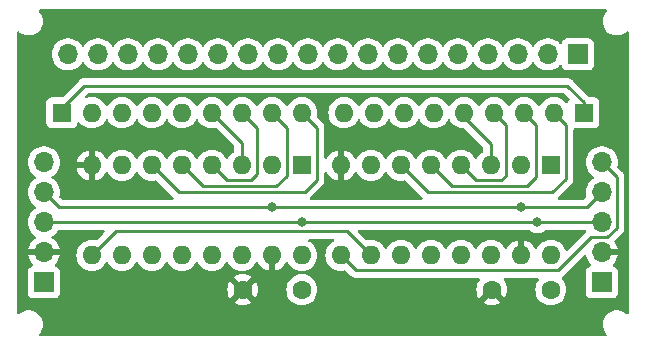
<source format=gbr>
%TF.GenerationSoftware,KiCad,Pcbnew,7.0.1*%
%TF.CreationDate,2023-05-21T17:19:05+09:00*%
%TF.ProjectId,joystick_74hc165_input_1p,6a6f7973-7469-4636-9b5f-373468633136,2*%
%TF.SameCoordinates,Original*%
%TF.FileFunction,Copper,L2,Bot*%
%TF.FilePolarity,Positive*%
%FSLAX46Y46*%
G04 Gerber Fmt 4.6, Leading zero omitted, Abs format (unit mm)*
G04 Created by KiCad (PCBNEW 7.0.1) date 2023-05-21 17:19:05*
%MOMM*%
%LPD*%
G01*
G04 APERTURE LIST*
%TA.AperFunction,ComponentPad*%
%ADD10R,1.700000X1.700000*%
%TD*%
%TA.AperFunction,ComponentPad*%
%ADD11O,1.700000X1.700000*%
%TD*%
%TA.AperFunction,ComponentPad*%
%ADD12R,1.600000X1.600000*%
%TD*%
%TA.AperFunction,ComponentPad*%
%ADD13O,1.600000X1.600000*%
%TD*%
%TA.AperFunction,ComponentPad*%
%ADD14C,1.600000*%
%TD*%
%TA.AperFunction,ViaPad*%
%ADD15C,0.800000*%
%TD*%
%TA.AperFunction,Conductor*%
%ADD16C,0.250000*%
%TD*%
G04 APERTURE END LIST*
D10*
%TO.P,IN1,1,Pin_1*%
%TO.N,VCC*%
X130302000Y-103505000D03*
D11*
%TO.P,IN1,2,Pin_2*%
%TO.N,GND*%
X130302000Y-100965000D03*
%TO.P,IN1,3,Pin_3*%
%TO.N,/LOAD*%
X130302000Y-98425000D03*
%TO.P,IN1,4,Pin_4*%
%TO.N,/CLK*%
X130302000Y-95885000D03*
%TO.P,IN1,5,Pin_5*%
%TO.N,/D_IN*%
X130302000Y-93345000D03*
%TD*%
D12*
%TO.P,74HC165_2,1,~{PL}*%
%TO.N,/LOAD*%
X152146000Y-93599000D03*
D13*
%TO.P,74HC165_2,2,CP*%
%TO.N,/CLK*%
X149606000Y-93599000D03*
%TO.P,74HC165_2,3,D4*%
%TO.N,/C_R*%
X147066000Y-93599000D03*
%TO.P,74HC165_2,4,D5*%
%TO.N,/C_L*%
X144526000Y-93599000D03*
%TO.P,74HC165_2,5,D6*%
%TO.N,/C_Y*%
X141986000Y-93599000D03*
%TO.P,74HC165_2,6,D7*%
%TO.N,/C_X*%
X139446000Y-93599000D03*
%TO.P,74HC165_2,7,~{Q7}*%
%TO.N,unconnected-(74HC165_2-Pad7)*%
X136906000Y-93599000D03*
%TO.P,74HC165_2,8,GND*%
%TO.N,GND*%
X134366000Y-93599000D03*
%TO.P,74HC165_2,9,Q7*%
%TO.N,/Q7*%
X134366000Y-101219000D03*
%TO.P,74HC165_2,10,DS*%
%TO.N,/D_IN*%
X136906000Y-101219000D03*
%TO.P,74HC165_2,11,D0*%
%TO.N,/C_EX4*%
X139446000Y-101219000D03*
%TO.P,74HC165_2,12,D1*%
%TO.N,/C_EX3*%
X141986000Y-101219000D03*
%TO.P,74HC165_2,13,D2*%
%TO.N,/C_EX2*%
X144526000Y-101219000D03*
%TO.P,74HC165_2,14,D3*%
%TO.N,/C_EX1*%
X147066000Y-101219000D03*
%TO.P,74HC165_2,15,~{CE}*%
%TO.N,GND*%
X149606000Y-101219000D03*
%TO.P,74HC165_2,16,VCC*%
%TO.N,VCC*%
X152146000Y-101219000D03*
%TD*%
D12*
%TO.P,74HC165_1,1,~{PL}*%
%TO.N,/LOAD*%
X173228000Y-93599000D03*
D13*
%TO.P,74HC165_1,2,CP*%
%TO.N,/CLK*%
X170688000Y-93599000D03*
%TO.P,74HC165_1,3,D4*%
%TO.N,/C_RIGHT*%
X168148000Y-93599000D03*
%TO.P,74HC165_1,4,D5*%
%TO.N,/C_LEFT*%
X165608000Y-93599000D03*
%TO.P,74HC165_1,5,D6*%
%TO.N,/C_DOWN*%
X163068000Y-93599000D03*
%TO.P,74HC165_1,6,D7*%
%TO.N,/C_UP*%
X160528000Y-93599000D03*
%TO.P,74HC165_1,7,~{Q7}*%
%TO.N,unconnected-(74HC165_1-Pad7)*%
X157988000Y-93599000D03*
%TO.P,74HC165_1,8,GND*%
%TO.N,GND*%
X155448000Y-93599000D03*
%TO.P,74HC165_1,9,Q7*%
%TO.N,/D_OUT*%
X155448000Y-101219000D03*
%TO.P,74HC165_1,10,DS*%
%TO.N,/Q7*%
X157988000Y-101219000D03*
%TO.P,74HC165_1,11,D0*%
%TO.N,/C_B*%
X160528000Y-101219000D03*
%TO.P,74HC165_1,12,D1*%
%TO.N,/C_A*%
X163068000Y-101219000D03*
%TO.P,74HC165_1,13,D2*%
%TO.N,/C_SELECT*%
X165608000Y-101219000D03*
%TO.P,74HC165_1,14,D3*%
%TO.N,/C_START*%
X168148000Y-101219000D03*
%TO.P,74HC165_1,15,~{CE}*%
%TO.N,GND*%
X170688000Y-101219000D03*
%TO.P,74HC165_1,16,VCC*%
%TO.N,VCC*%
X173228000Y-101219000D03*
%TD*%
D12*
%TO.P,RN1,1,common*%
%TO.N,/PULL*%
X176022000Y-89154000D03*
D13*
%TO.P,RN1,2,R1*%
%TO.N,/C_UP*%
X173482000Y-89154000D03*
%TO.P,RN1,3,R2*%
%TO.N,/C_DOWN*%
X170942000Y-89154000D03*
%TO.P,RN1,4,R3*%
%TO.N,/C_LEFT*%
X168402000Y-89154000D03*
%TO.P,RN1,5,R4*%
%TO.N,/C_RIGHT*%
X165862000Y-89154000D03*
%TO.P,RN1,6,R5*%
%TO.N,/C_START*%
X163322000Y-89154000D03*
%TO.P,RN1,7,R6*%
%TO.N,/C_SELECT*%
X160782000Y-89154000D03*
%TO.P,RN1,8,R7*%
%TO.N,/C_A*%
X158242000Y-89154000D03*
%TO.P,RN1,9,R8*%
%TO.N,/C_B*%
X155702000Y-89154000D03*
%TD*%
D10*
%TO.P,J1,1,Pin_1*%
%TO.N,/C_SHORT*%
X175514000Y-84201000D03*
D11*
%TO.P,J1,2,Pin_2*%
%TO.N,/C_UP*%
X172974000Y-84201000D03*
%TO.P,J1,3,Pin_3*%
%TO.N,/C_DOWN*%
X170434000Y-84201000D03*
%TO.P,J1,4,Pin_4*%
%TO.N,/C_LEFT*%
X167894000Y-84201000D03*
%TO.P,J1,5,Pin_5*%
%TO.N,/C_RIGHT*%
X165354000Y-84201000D03*
%TO.P,J1,6,Pin_6*%
%TO.N,/C_START*%
X162814000Y-84201000D03*
%TO.P,J1,7,Pin_7*%
%TO.N,/C_SELECT*%
X160274000Y-84201000D03*
%TO.P,J1,8,Pin_8*%
%TO.N,/C_A*%
X157734000Y-84201000D03*
%TO.P,J1,9,Pin_9*%
%TO.N,/C_B*%
X155194000Y-84201000D03*
%TO.P,J1,10,Pin_10*%
%TO.N,/C_X*%
X152654000Y-84201000D03*
%TO.P,J1,11,Pin_11*%
%TO.N,/C_Y*%
X150114000Y-84201000D03*
%TO.P,J1,12,Pin_12*%
%TO.N,/C_L*%
X147574000Y-84201000D03*
%TO.P,J1,13,Pin_13*%
%TO.N,/C_R*%
X145034000Y-84201000D03*
%TO.P,J1,14,Pin_14*%
%TO.N,/C_EX1*%
X142494000Y-84201000D03*
%TO.P,J1,15,Pin_15*%
%TO.N,/C_EX2*%
X139954000Y-84201000D03*
%TO.P,J1,16,Pin_16*%
%TO.N,/C_EX3*%
X137414000Y-84201000D03*
%TO.P,J1,17,Pin_17*%
%TO.N,/C_EX4*%
X134874000Y-84201000D03*
%TO.P,J1,18,Pin_18*%
%TO.N,/C_SHORT*%
X132334000Y-84201000D03*
%TD*%
D12*
%TO.P,RN2,1,common*%
%TO.N,/PULL*%
X131826000Y-89154000D03*
D13*
%TO.P,RN2,2,R1*%
%TO.N,/C_EX4*%
X134366000Y-89154000D03*
%TO.P,RN2,3,R2*%
%TO.N,/C_EX3*%
X136906000Y-89154000D03*
%TO.P,RN2,4,R3*%
%TO.N,/C_EX2*%
X139446000Y-89154000D03*
%TO.P,RN2,5,R4*%
%TO.N,/C_EX1*%
X141986000Y-89154000D03*
%TO.P,RN2,6,R5*%
%TO.N,/C_R*%
X144526000Y-89154000D03*
%TO.P,RN2,7,R6*%
%TO.N,/C_L*%
X147066000Y-89154000D03*
%TO.P,RN2,8,R7*%
%TO.N,/C_Y*%
X149606000Y-89154000D03*
%TO.P,RN2,9,R8*%
%TO.N,/C_X*%
X152146000Y-89154000D03*
%TD*%
D10*
%TO.P,OUT1,1,Pin_1*%
%TO.N,VCC*%
X177546000Y-103505000D03*
D11*
%TO.P,OUT1,2,Pin_2*%
%TO.N,GND*%
X177546000Y-100965000D03*
%TO.P,OUT1,3,Pin_3*%
%TO.N,/LOAD*%
X177546000Y-98425000D03*
%TO.P,OUT1,4,Pin_4*%
%TO.N,/CLK*%
X177546000Y-95885000D03*
%TO.P,OUT1,5,Pin_5*%
%TO.N,/D_OUT*%
X177546000Y-93345000D03*
%TD*%
D14*
%TO.P,C2,1*%
%TO.N,VCC*%
X152146000Y-104140000D03*
%TO.P,C2,2*%
%TO.N,GND*%
X147146000Y-104140000D03*
%TD*%
%TO.P,C1,1*%
%TO.N,VCC*%
X173228000Y-104140000D03*
%TO.P,C1,2*%
%TO.N,GND*%
X168228000Y-104140000D03*
%TD*%
D15*
%TO.N,/LOAD*%
X152146000Y-98425000D03*
X172085000Y-98425000D03*
%TO.N,/CLK*%
X149606000Y-97155000D03*
X170688000Y-97155000D03*
%TD*%
D16*
%TO.N,/PULL*%
X131826000Y-88773000D02*
X131826000Y-89154000D01*
X174625000Y-86868000D02*
X133731000Y-86868000D01*
X133731000Y-86868000D02*
X131826000Y-88773000D01*
X176022000Y-88265000D02*
X174625000Y-86868000D01*
X176022000Y-89154000D02*
X176022000Y-88265000D01*
%TO.N,/C_UP*%
X174498000Y-94742000D02*
X174498000Y-90170000D01*
X160528000Y-93599000D02*
X162814000Y-95885000D01*
X162814000Y-95885000D02*
X173355000Y-95885000D01*
X173355000Y-95885000D02*
X174498000Y-94742000D01*
X174498000Y-90170000D02*
X173482000Y-89154000D01*
%TO.N,/C_DOWN*%
X171958000Y-90170000D02*
X170942000Y-89154000D01*
X163068000Y-93599000D02*
X164846000Y-95377000D01*
X171958000Y-94615000D02*
X171958000Y-90170000D01*
X164846000Y-95377000D02*
X171196000Y-95377000D01*
X171196000Y-95377000D02*
X171958000Y-94615000D01*
%TO.N,/C_LEFT*%
X169037000Y-94869000D02*
X169418000Y-94488000D01*
X166878000Y-94869000D02*
X169037000Y-94869000D01*
X169418000Y-94488000D02*
X169418000Y-90170000D01*
X165608000Y-93599000D02*
X166878000Y-94869000D01*
X169418000Y-90170000D02*
X168402000Y-89154000D01*
%TO.N,/C_RIGHT*%
X168148000Y-91821000D02*
X165862000Y-89535000D01*
X165862000Y-89535000D02*
X165862000Y-89154000D01*
X168148000Y-93599000D02*
X168148000Y-91821000D01*
%TO.N,/D_OUT*%
X178816000Y-98894002D02*
X178015002Y-99695000D01*
X178015002Y-99695000D02*
X176657000Y-99695000D01*
X173863000Y-102489000D02*
X156718000Y-102489000D01*
X178816000Y-94615000D02*
X178816000Y-98894002D01*
X156718000Y-102489000D02*
X155448000Y-101219000D01*
X176657000Y-99695000D02*
X173863000Y-102489000D01*
X177546000Y-93345000D02*
X178816000Y-94615000D01*
%TO.N,/LOAD*%
X177546000Y-98425000D02*
X172085000Y-98425000D01*
X152146000Y-98425000D02*
X172085000Y-98425000D01*
X130302000Y-98425000D02*
X152146000Y-98425000D01*
%TO.N,/CLK*%
X177546000Y-95885000D02*
X176276000Y-97155000D01*
X149606000Y-97155000D02*
X169164000Y-97155000D01*
X130302000Y-95885000D02*
X131572000Y-97155000D01*
X131572000Y-97155000D02*
X149606000Y-97155000D01*
X170688000Y-97155000D02*
X169164000Y-97155000D01*
X176276000Y-97155000D02*
X170688000Y-97155000D01*
%TO.N,/C_X*%
X152400000Y-95885000D02*
X153416000Y-94869000D01*
X139446000Y-93599000D02*
X141732000Y-95885000D01*
X153416000Y-90424000D02*
X152146000Y-89154000D01*
X141732000Y-95885000D02*
X152400000Y-95885000D01*
X153416000Y-94869000D02*
X153416000Y-90424000D01*
%TO.N,/C_Y*%
X150876000Y-94488000D02*
X150876000Y-90424000D01*
X143764000Y-95377000D02*
X149987000Y-95377000D01*
X150876000Y-90424000D02*
X149606000Y-89154000D01*
X141986000Y-93599000D02*
X143764000Y-95377000D01*
X149987000Y-95377000D02*
X150876000Y-94488000D01*
%TO.N,/Q7*%
X134366000Y-101219000D02*
X136398000Y-99187000D01*
X155956000Y-99187000D02*
X157988000Y-101219000D01*
X136398000Y-99187000D02*
X155956000Y-99187000D01*
%TO.N,/C_R*%
X147066000Y-91694000D02*
X144526000Y-89154000D01*
X147066000Y-93599000D02*
X147066000Y-91694000D01*
%TO.N,/C_L*%
X148336000Y-94361000D02*
X148336000Y-90424000D01*
X148336000Y-90424000D02*
X147066000Y-89154000D01*
X145796000Y-94869000D02*
X147828000Y-94869000D01*
X147828000Y-94869000D02*
X148336000Y-94361000D01*
X144526000Y-93599000D02*
X145796000Y-94869000D01*
%TD*%
%TA.AperFunction,Conductor*%
%TO.N,GND*%
G36*
X171428048Y-99069393D02*
G01*
X171470435Y-99100188D01*
X171473746Y-99103866D01*
X171557600Y-99164789D01*
X171628248Y-99216118D01*
X171802712Y-99293794D01*
X171989513Y-99333500D01*
X172180485Y-99333500D01*
X172180487Y-99333500D01*
X172367288Y-99293794D01*
X172541752Y-99216118D01*
X172696253Y-99103866D01*
X172699564Y-99100188D01*
X172741952Y-99069393D01*
X172793200Y-99058500D01*
X176093405Y-99058500D01*
X176150608Y-99072233D01*
X176195341Y-99110439D01*
X176217854Y-99164789D01*
X176213238Y-99223436D01*
X176182501Y-99273593D01*
X174933546Y-100522548D01*
X174660777Y-100795317D01*
X174609571Y-100826389D01*
X174549802Y-100830307D01*
X174494978Y-100806183D01*
X174457487Y-100759470D01*
X174408803Y-100655067D01*
X174365523Y-100562251D01*
X174234198Y-100374700D01*
X174234197Y-100374699D01*
X174234195Y-100374696D01*
X174072303Y-100212804D01*
X173884750Y-100081477D01*
X173677243Y-99984715D01*
X173456087Y-99925457D01*
X173228000Y-99905502D01*
X172999912Y-99925457D01*
X172778756Y-99984715D01*
X172571249Y-100081477D01*
X172383696Y-100212804D01*
X172221804Y-100374696D01*
X172090477Y-100562250D01*
X172071919Y-100602049D01*
X172025424Y-100655066D01*
X171957724Y-100674799D01*
X171890024Y-100655066D01*
X171843529Y-100602049D01*
X171825087Y-100562501D01*
X171693810Y-100375018D01*
X171531981Y-100213189D01*
X171344498Y-100081912D01*
X171137070Y-99985186D01*
X170941999Y-99932917D01*
X170942000Y-99932918D01*
X170942000Y-101347000D01*
X170925119Y-101410000D01*
X170879000Y-101456119D01*
X170816000Y-101473000D01*
X170560000Y-101473000D01*
X170497000Y-101456119D01*
X170450881Y-101410000D01*
X170434000Y-101347000D01*
X170434000Y-99932917D01*
X170238929Y-99985186D01*
X170031501Y-100081912D01*
X169844018Y-100213189D01*
X169682189Y-100375018D01*
X169550911Y-100562502D01*
X169532469Y-100602051D01*
X169485973Y-100655067D01*
X169418273Y-100674799D01*
X169350573Y-100655065D01*
X169304081Y-100602049D01*
X169285523Y-100562251D01*
X169154198Y-100374700D01*
X169154197Y-100374699D01*
X169154195Y-100374696D01*
X168992303Y-100212804D01*
X168804750Y-100081477D01*
X168597243Y-99984715D01*
X168376087Y-99925457D01*
X168148000Y-99905502D01*
X167919912Y-99925457D01*
X167698756Y-99984715D01*
X167491249Y-100081477D01*
X167303696Y-100212804D01*
X167141804Y-100374696D01*
X167010477Y-100562250D01*
X166992195Y-100601457D01*
X166945700Y-100654474D01*
X166878000Y-100674207D01*
X166810300Y-100654474D01*
X166763805Y-100601457D01*
X166745640Y-100562502D01*
X166745523Y-100562251D01*
X166614198Y-100374700D01*
X166614197Y-100374699D01*
X166614195Y-100374696D01*
X166452303Y-100212804D01*
X166264750Y-100081477D01*
X166057243Y-99984715D01*
X165836087Y-99925457D01*
X165608000Y-99905502D01*
X165379912Y-99925457D01*
X165158756Y-99984715D01*
X164951249Y-100081477D01*
X164763696Y-100212804D01*
X164601804Y-100374696D01*
X164470477Y-100562250D01*
X164452195Y-100601457D01*
X164405700Y-100654474D01*
X164338000Y-100674207D01*
X164270300Y-100654474D01*
X164223805Y-100601457D01*
X164205640Y-100562502D01*
X164205523Y-100562251D01*
X164074198Y-100374700D01*
X164074197Y-100374699D01*
X164074195Y-100374696D01*
X163912303Y-100212804D01*
X163724750Y-100081477D01*
X163517243Y-99984715D01*
X163296087Y-99925457D01*
X163068000Y-99905502D01*
X162839912Y-99925457D01*
X162618756Y-99984715D01*
X162411249Y-100081477D01*
X162223696Y-100212804D01*
X162061804Y-100374696D01*
X161930477Y-100562250D01*
X161912195Y-100601457D01*
X161865700Y-100654474D01*
X161798000Y-100674207D01*
X161730300Y-100654474D01*
X161683805Y-100601457D01*
X161665640Y-100562502D01*
X161665523Y-100562251D01*
X161534198Y-100374700D01*
X161534197Y-100374699D01*
X161534195Y-100374696D01*
X161372303Y-100212804D01*
X161184750Y-100081477D01*
X160977243Y-99984715D01*
X160756087Y-99925457D01*
X160528000Y-99905502D01*
X160299912Y-99925457D01*
X160078756Y-99984715D01*
X159871249Y-100081477D01*
X159683696Y-100212804D01*
X159521804Y-100374696D01*
X159390477Y-100562250D01*
X159372195Y-100601457D01*
X159325700Y-100654474D01*
X159258000Y-100674207D01*
X159190300Y-100654474D01*
X159143805Y-100601457D01*
X159125640Y-100562502D01*
X159125523Y-100562251D01*
X158994198Y-100374700D01*
X158994197Y-100374699D01*
X158994195Y-100374696D01*
X158832303Y-100212804D01*
X158644750Y-100081477D01*
X158437243Y-99984715D01*
X158216087Y-99925457D01*
X157988000Y-99905502D01*
X157759910Y-99925457D01*
X157696457Y-99942459D01*
X157631235Y-99942458D01*
X157574752Y-99909847D01*
X156938500Y-99273595D01*
X156907762Y-99223436D01*
X156903146Y-99164789D01*
X156925659Y-99110439D01*
X156970392Y-99072233D01*
X157027595Y-99058500D01*
X171376800Y-99058500D01*
X171428048Y-99069393D01*
G37*
%TD.AperFunction*%
%TA.AperFunction,Conductor*%
G36*
X174358624Y-87511091D02*
G01*
X174399501Y-87538405D01*
X174778581Y-87917485D01*
X174809503Y-87968214D01*
X174813742Y-88027473D01*
X174790355Y-88082088D01*
X174771111Y-88107795D01*
X174720011Y-88244800D01*
X174719000Y-88254202D01*
X174698291Y-88311025D01*
X174653490Y-88351653D01*
X174594919Y-88366724D01*
X174536072Y-88352768D01*
X174490508Y-88312999D01*
X174488195Y-88309696D01*
X174326303Y-88147804D01*
X174138750Y-88016477D01*
X173931243Y-87919715D01*
X173710087Y-87860457D01*
X173710086Y-87860456D01*
X173482000Y-87840502D01*
X173481999Y-87840502D01*
X173253912Y-87860457D01*
X173032756Y-87919715D01*
X172825249Y-88016477D01*
X172637696Y-88147804D01*
X172475804Y-88309696D01*
X172344477Y-88497250D01*
X172326195Y-88536457D01*
X172279700Y-88589474D01*
X172212000Y-88609207D01*
X172144300Y-88589474D01*
X172097805Y-88536457D01*
X172095894Y-88532359D01*
X172079523Y-88497251D01*
X171948198Y-88309700D01*
X171948197Y-88309699D01*
X171948195Y-88309696D01*
X171786303Y-88147804D01*
X171598750Y-88016477D01*
X171391243Y-87919715D01*
X171170087Y-87860457D01*
X171170086Y-87860456D01*
X170942000Y-87840502D01*
X170941999Y-87840502D01*
X170713912Y-87860457D01*
X170492756Y-87919715D01*
X170285249Y-88016477D01*
X170097696Y-88147804D01*
X169935804Y-88309696D01*
X169804477Y-88497250D01*
X169786195Y-88536457D01*
X169739700Y-88589474D01*
X169672000Y-88609207D01*
X169604300Y-88589474D01*
X169557805Y-88536457D01*
X169555894Y-88532359D01*
X169539523Y-88497251D01*
X169408198Y-88309700D01*
X169408197Y-88309699D01*
X169408195Y-88309696D01*
X169246303Y-88147804D01*
X169058750Y-88016477D01*
X168851243Y-87919715D01*
X168630087Y-87860457D01*
X168630086Y-87860456D01*
X168402000Y-87840502D01*
X168401999Y-87840502D01*
X168173912Y-87860457D01*
X167952756Y-87919715D01*
X167745249Y-88016477D01*
X167557696Y-88147804D01*
X167395804Y-88309696D01*
X167264477Y-88497250D01*
X167246195Y-88536457D01*
X167199700Y-88589474D01*
X167132000Y-88609207D01*
X167064300Y-88589474D01*
X167017805Y-88536457D01*
X167015894Y-88532359D01*
X166999523Y-88497251D01*
X166868198Y-88309700D01*
X166868197Y-88309699D01*
X166868195Y-88309696D01*
X166706303Y-88147804D01*
X166518750Y-88016477D01*
X166311243Y-87919715D01*
X166090087Y-87860457D01*
X166090086Y-87860456D01*
X165862000Y-87840502D01*
X165861999Y-87840502D01*
X165633912Y-87860457D01*
X165412756Y-87919715D01*
X165205249Y-88016477D01*
X165017696Y-88147804D01*
X164855804Y-88309696D01*
X164724477Y-88497250D01*
X164706195Y-88536457D01*
X164659700Y-88589474D01*
X164592000Y-88609207D01*
X164524300Y-88589474D01*
X164477805Y-88536457D01*
X164475894Y-88532359D01*
X164459523Y-88497251D01*
X164328198Y-88309700D01*
X164328197Y-88309699D01*
X164328195Y-88309696D01*
X164166303Y-88147804D01*
X163978750Y-88016477D01*
X163771243Y-87919715D01*
X163550087Y-87860457D01*
X163550086Y-87860456D01*
X163322000Y-87840502D01*
X163321999Y-87840502D01*
X163093912Y-87860457D01*
X162872756Y-87919715D01*
X162665249Y-88016477D01*
X162477696Y-88147804D01*
X162315804Y-88309696D01*
X162184477Y-88497250D01*
X162166195Y-88536457D01*
X162119700Y-88589474D01*
X162052000Y-88609207D01*
X161984300Y-88589474D01*
X161937805Y-88536457D01*
X161935894Y-88532359D01*
X161919523Y-88497251D01*
X161788198Y-88309700D01*
X161788197Y-88309699D01*
X161788195Y-88309696D01*
X161626303Y-88147804D01*
X161438750Y-88016477D01*
X161231243Y-87919715D01*
X161010087Y-87860457D01*
X161010086Y-87860456D01*
X160782000Y-87840502D01*
X160781999Y-87840502D01*
X160553912Y-87860457D01*
X160332756Y-87919715D01*
X160125249Y-88016477D01*
X159937696Y-88147804D01*
X159775804Y-88309696D01*
X159644477Y-88497250D01*
X159626195Y-88536457D01*
X159579700Y-88589474D01*
X159512000Y-88609207D01*
X159444300Y-88589474D01*
X159397805Y-88536457D01*
X159395894Y-88532359D01*
X159379523Y-88497251D01*
X159248198Y-88309700D01*
X159248197Y-88309699D01*
X159248195Y-88309696D01*
X159086303Y-88147804D01*
X158898750Y-88016477D01*
X158691243Y-87919715D01*
X158470087Y-87860457D01*
X158470086Y-87860456D01*
X158242000Y-87840502D01*
X158241999Y-87840502D01*
X158013912Y-87860457D01*
X157792756Y-87919715D01*
X157585249Y-88016477D01*
X157397696Y-88147804D01*
X157235804Y-88309696D01*
X157104477Y-88497250D01*
X157086195Y-88536457D01*
X157039700Y-88589474D01*
X156972000Y-88609207D01*
X156904300Y-88589474D01*
X156857805Y-88536457D01*
X156855894Y-88532359D01*
X156839523Y-88497251D01*
X156708198Y-88309700D01*
X156708197Y-88309699D01*
X156708195Y-88309696D01*
X156546303Y-88147804D01*
X156358750Y-88016477D01*
X156151243Y-87919715D01*
X155930087Y-87860457D01*
X155930086Y-87860456D01*
X155702000Y-87840502D01*
X155701999Y-87840502D01*
X155473912Y-87860457D01*
X155252756Y-87919715D01*
X155045249Y-88016477D01*
X154857696Y-88147804D01*
X154695804Y-88309696D01*
X154564477Y-88497249D01*
X154467715Y-88704756D01*
X154408457Y-88925912D01*
X154388502Y-89154000D01*
X154408457Y-89382087D01*
X154467715Y-89603243D01*
X154564477Y-89810750D01*
X154695804Y-89998303D01*
X154857696Y-90160195D01*
X154857699Y-90160197D01*
X154857700Y-90160198D01*
X154872280Y-90170407D01*
X155045249Y-90291522D01*
X155252756Y-90388284D01*
X155306621Y-90402717D01*
X155473913Y-90447543D01*
X155702000Y-90467498D01*
X155930087Y-90447543D01*
X156151243Y-90388284D01*
X156358749Y-90291523D01*
X156546300Y-90160198D01*
X156708198Y-89998300D01*
X156839523Y-89810749D01*
X156857804Y-89771543D01*
X156904300Y-89718525D01*
X156972000Y-89698792D01*
X157039700Y-89718525D01*
X157086195Y-89771543D01*
X157104476Y-89810748D01*
X157235804Y-89998303D01*
X157397696Y-90160195D01*
X157397699Y-90160197D01*
X157397700Y-90160198D01*
X157412280Y-90170407D01*
X157585249Y-90291522D01*
X157792756Y-90388284D01*
X157846621Y-90402717D01*
X158013913Y-90447543D01*
X158242000Y-90467498D01*
X158470087Y-90447543D01*
X158691243Y-90388284D01*
X158898749Y-90291523D01*
X159086300Y-90160198D01*
X159248198Y-89998300D01*
X159379523Y-89810749D01*
X159397804Y-89771543D01*
X159444300Y-89718525D01*
X159512000Y-89698792D01*
X159579700Y-89718525D01*
X159626195Y-89771543D01*
X159644476Y-89810748D01*
X159775804Y-89998303D01*
X159937696Y-90160195D01*
X159937699Y-90160197D01*
X159937700Y-90160198D01*
X159952280Y-90170407D01*
X160125249Y-90291522D01*
X160332756Y-90388284D01*
X160386621Y-90402717D01*
X160553913Y-90447543D01*
X160782000Y-90467498D01*
X161010087Y-90447543D01*
X161231243Y-90388284D01*
X161438749Y-90291523D01*
X161626300Y-90160198D01*
X161788198Y-89998300D01*
X161919523Y-89810749D01*
X161937804Y-89771543D01*
X161984300Y-89718525D01*
X162052000Y-89698792D01*
X162119700Y-89718525D01*
X162166195Y-89771543D01*
X162184476Y-89810748D01*
X162315804Y-89998303D01*
X162477696Y-90160195D01*
X162477699Y-90160197D01*
X162477700Y-90160198D01*
X162492280Y-90170407D01*
X162665249Y-90291522D01*
X162872756Y-90388284D01*
X162926621Y-90402717D01*
X163093913Y-90447543D01*
X163322000Y-90467498D01*
X163550087Y-90447543D01*
X163771243Y-90388284D01*
X163978749Y-90291523D01*
X164166300Y-90160198D01*
X164328198Y-89998300D01*
X164459523Y-89810749D01*
X164477804Y-89771543D01*
X164524300Y-89718525D01*
X164592000Y-89698792D01*
X164659700Y-89718525D01*
X164706195Y-89771543D01*
X164724476Y-89810748D01*
X164855804Y-89998303D01*
X165017696Y-90160195D01*
X165017699Y-90160197D01*
X165017700Y-90160198D01*
X165032280Y-90170407D01*
X165205249Y-90291522D01*
X165412756Y-90388284D01*
X165466621Y-90402717D01*
X165633913Y-90447543D01*
X165856424Y-90467010D01*
X165898685Y-90478334D01*
X165934530Y-90503434D01*
X167477595Y-92046499D01*
X167504909Y-92087376D01*
X167514500Y-92135594D01*
X167514500Y-92379607D01*
X167500263Y-92437787D01*
X167460772Y-92482818D01*
X167392659Y-92530511D01*
X167303696Y-92592804D01*
X167141804Y-92754696D01*
X167010477Y-92942250D01*
X166992195Y-92981457D01*
X166945700Y-93034474D01*
X166878000Y-93054207D01*
X166810300Y-93034474D01*
X166763805Y-92981457D01*
X166761894Y-92977359D01*
X166745523Y-92942251D01*
X166614198Y-92754700D01*
X166614197Y-92754699D01*
X166614195Y-92754696D01*
X166452303Y-92592804D01*
X166264750Y-92461477D01*
X166057243Y-92364715D01*
X165836087Y-92305457D01*
X165665127Y-92290500D01*
X165608000Y-92285502D01*
X165607999Y-92285502D01*
X165379912Y-92305457D01*
X165158756Y-92364715D01*
X164951249Y-92461477D01*
X164763696Y-92592804D01*
X164601804Y-92754696D01*
X164470477Y-92942250D01*
X164452195Y-92981457D01*
X164405700Y-93034474D01*
X164338000Y-93054207D01*
X164270300Y-93034474D01*
X164223805Y-92981457D01*
X164221894Y-92977359D01*
X164205523Y-92942251D01*
X164074198Y-92754700D01*
X164074197Y-92754699D01*
X164074195Y-92754696D01*
X163912303Y-92592804D01*
X163724750Y-92461477D01*
X163517243Y-92364715D01*
X163296087Y-92305457D01*
X163125127Y-92290500D01*
X163068000Y-92285502D01*
X163067999Y-92285502D01*
X162839912Y-92305457D01*
X162618756Y-92364715D01*
X162411249Y-92461477D01*
X162223696Y-92592804D01*
X162061804Y-92754696D01*
X161930477Y-92942250D01*
X161912195Y-92981457D01*
X161865700Y-93034474D01*
X161798000Y-93054207D01*
X161730300Y-93034474D01*
X161683805Y-92981457D01*
X161681894Y-92977359D01*
X161665523Y-92942251D01*
X161534198Y-92754700D01*
X161534197Y-92754699D01*
X161534195Y-92754696D01*
X161372303Y-92592804D01*
X161184750Y-92461477D01*
X160977243Y-92364715D01*
X160756087Y-92305457D01*
X160585127Y-92290500D01*
X160528000Y-92285502D01*
X160527999Y-92285502D01*
X160299912Y-92305457D01*
X160078756Y-92364715D01*
X159871249Y-92461477D01*
X159683696Y-92592804D01*
X159521804Y-92754696D01*
X159390477Y-92942250D01*
X159372195Y-92981457D01*
X159325700Y-93034474D01*
X159258000Y-93054207D01*
X159190300Y-93034474D01*
X159143805Y-92981457D01*
X159141894Y-92977359D01*
X159125523Y-92942251D01*
X158994198Y-92754700D01*
X158994197Y-92754699D01*
X158994195Y-92754696D01*
X158832303Y-92592804D01*
X158644750Y-92461477D01*
X158437243Y-92364715D01*
X158216087Y-92305457D01*
X158045127Y-92290500D01*
X157988000Y-92285502D01*
X157987999Y-92285502D01*
X157759912Y-92305457D01*
X157538756Y-92364715D01*
X157331249Y-92461477D01*
X157143696Y-92592804D01*
X156981804Y-92754696D01*
X156850477Y-92942250D01*
X156831919Y-92982049D01*
X156785424Y-93035066D01*
X156717724Y-93054799D01*
X156650024Y-93035066D01*
X156603529Y-92982049D01*
X156585087Y-92942501D01*
X156453810Y-92755018D01*
X156291981Y-92593189D01*
X156104498Y-92461912D01*
X155897070Y-92365186D01*
X155701999Y-92312917D01*
X155702000Y-92312918D01*
X155702000Y-94885082D01*
X155897070Y-94832813D01*
X156104498Y-94736087D01*
X156291981Y-94604810D01*
X156453810Y-94442981D01*
X156585088Y-94255497D01*
X156603529Y-94215951D01*
X156650024Y-94162933D01*
X156717724Y-94143200D01*
X156785424Y-94162933D01*
X156831919Y-94215951D01*
X156850476Y-94255748D01*
X156981804Y-94443303D01*
X157143696Y-94605195D01*
X157331249Y-94736522D01*
X157538756Y-94833284D01*
X157582627Y-94845039D01*
X157759913Y-94892543D01*
X157988000Y-94912498D01*
X158216087Y-94892543D01*
X158437243Y-94833284D01*
X158644749Y-94736523D01*
X158832300Y-94605198D01*
X158994198Y-94443300D01*
X159125523Y-94255749D01*
X159143804Y-94216543D01*
X159190300Y-94163525D01*
X159258000Y-94143792D01*
X159325700Y-94163525D01*
X159372195Y-94216543D01*
X159390476Y-94255748D01*
X159521804Y-94443303D01*
X159683696Y-94605195D01*
X159871249Y-94736522D01*
X160078756Y-94833284D01*
X160122627Y-94845039D01*
X160299913Y-94892543D01*
X160528000Y-94912498D01*
X160756087Y-94892543D01*
X160819542Y-94875540D01*
X160884764Y-94875540D01*
X160941248Y-94908152D01*
X162306751Y-96273655D01*
X162319835Y-96289986D01*
X162334386Y-96303650D01*
X162366950Y-96353564D01*
X162372931Y-96412861D01*
X162350992Y-96468274D01*
X162306040Y-96507405D01*
X162248133Y-96521500D01*
X152963593Y-96521500D01*
X152906390Y-96507767D01*
X152861657Y-96469561D01*
X152839144Y-96415211D01*
X152843760Y-96356564D01*
X152874495Y-96306407D01*
X153804661Y-95376241D01*
X153820979Y-95363171D01*
X153823018Y-95361000D01*
X153869661Y-95311328D01*
X153872352Y-95308551D01*
X153892135Y-95288770D01*
X153894621Y-95285564D01*
X153902310Y-95276561D01*
X153932586Y-95244321D01*
X153942342Y-95226571D01*
X153953195Y-95210050D01*
X153965614Y-95194041D01*
X153983175Y-95153454D01*
X153988388Y-95142813D01*
X154009695Y-95104060D01*
X154014733Y-95084434D01*
X154021137Y-95065732D01*
X154029181Y-95047144D01*
X154036096Y-95003482D01*
X154038504Y-94991853D01*
X154049500Y-94949030D01*
X154049500Y-94928776D01*
X154051051Y-94909066D01*
X154054220Y-94889057D01*
X154050059Y-94845039D01*
X154049500Y-94833181D01*
X154049500Y-94263248D01*
X154067497Y-94198353D01*
X154116347Y-94151997D01*
X154182094Y-94137421D01*
X154245958Y-94158789D01*
X154289695Y-94209998D01*
X154310912Y-94255498D01*
X154442189Y-94442981D01*
X154604018Y-94604810D01*
X154791501Y-94736087D01*
X154998929Y-94832813D01*
X155194000Y-94885082D01*
X155194000Y-92312917D01*
X154998929Y-92365186D01*
X154791501Y-92461912D01*
X154604018Y-92593189D01*
X154442189Y-92755018D01*
X154310912Y-92942501D01*
X154289695Y-92988002D01*
X154245958Y-93039211D01*
X154182094Y-93060579D01*
X154116347Y-93046003D01*
X154067497Y-92999647D01*
X154049500Y-92934752D01*
X154049500Y-90507853D01*
X154051795Y-90487064D01*
X154051043Y-90463152D01*
X154049562Y-90416014D01*
X154049500Y-90412055D01*
X154049500Y-90384149D01*
X154049500Y-90384144D01*
X154048992Y-90380131D01*
X154048061Y-90368297D01*
X154046673Y-90324110D01*
X154041020Y-90304656D01*
X154037012Y-90285298D01*
X154034474Y-90265203D01*
X154018190Y-90224077D01*
X154014359Y-90212888D01*
X154002018Y-90170407D01*
X153991704Y-90152968D01*
X153983008Y-90135216D01*
X153981000Y-90130144D01*
X153975552Y-90116383D01*
X153949571Y-90080624D01*
X153943050Y-90070698D01*
X153920542Y-90032637D01*
X153906213Y-90018308D01*
X153893376Y-90003277D01*
X153881473Y-89986893D01*
X153847406Y-89958711D01*
X153838626Y-89950721D01*
X153455151Y-89567246D01*
X153422539Y-89510761D01*
X153422539Y-89445541D01*
X153439543Y-89382087D01*
X153459498Y-89154000D01*
X153439543Y-88925913D01*
X153380284Y-88704757D01*
X153377500Y-88698787D01*
X153283522Y-88497249D01*
X153152195Y-88309696D01*
X152990303Y-88147804D01*
X152802750Y-88016477D01*
X152595243Y-87919715D01*
X152374087Y-87860457D01*
X152374086Y-87860456D01*
X152146000Y-87840502D01*
X152145999Y-87840502D01*
X151917912Y-87860457D01*
X151696756Y-87919715D01*
X151489249Y-88016477D01*
X151301696Y-88147804D01*
X151139804Y-88309696D01*
X151008477Y-88497250D01*
X150990195Y-88536457D01*
X150943700Y-88589474D01*
X150876000Y-88609207D01*
X150808300Y-88589474D01*
X150761805Y-88536457D01*
X150759894Y-88532359D01*
X150743523Y-88497251D01*
X150612198Y-88309700D01*
X150612197Y-88309699D01*
X150612195Y-88309696D01*
X150450303Y-88147804D01*
X150262750Y-88016477D01*
X150055243Y-87919715D01*
X149834087Y-87860457D01*
X149834086Y-87860456D01*
X149606000Y-87840502D01*
X149605999Y-87840502D01*
X149377912Y-87860457D01*
X149156756Y-87919715D01*
X148949249Y-88016477D01*
X148761696Y-88147804D01*
X148599804Y-88309696D01*
X148468477Y-88497250D01*
X148450195Y-88536457D01*
X148403700Y-88589474D01*
X148336000Y-88609207D01*
X148268300Y-88589474D01*
X148221805Y-88536457D01*
X148219894Y-88532359D01*
X148203523Y-88497251D01*
X148072198Y-88309700D01*
X148072197Y-88309699D01*
X148072195Y-88309696D01*
X147910303Y-88147804D01*
X147722750Y-88016477D01*
X147515243Y-87919715D01*
X147294087Y-87860457D01*
X147294086Y-87860456D01*
X147066000Y-87840502D01*
X147065999Y-87840502D01*
X146837912Y-87860457D01*
X146616756Y-87919715D01*
X146409249Y-88016477D01*
X146221696Y-88147804D01*
X146059804Y-88309696D01*
X145928477Y-88497250D01*
X145910195Y-88536457D01*
X145863700Y-88589474D01*
X145796000Y-88609207D01*
X145728300Y-88589474D01*
X145681805Y-88536457D01*
X145679894Y-88532359D01*
X145663523Y-88497251D01*
X145532198Y-88309700D01*
X145532197Y-88309699D01*
X145532195Y-88309696D01*
X145370303Y-88147804D01*
X145182750Y-88016477D01*
X144975243Y-87919715D01*
X144754087Y-87860457D01*
X144754086Y-87860456D01*
X144526000Y-87840502D01*
X144525999Y-87840502D01*
X144297912Y-87860457D01*
X144076756Y-87919715D01*
X143869249Y-88016477D01*
X143681696Y-88147804D01*
X143519804Y-88309696D01*
X143388477Y-88497250D01*
X143370195Y-88536457D01*
X143323700Y-88589474D01*
X143256000Y-88609207D01*
X143188300Y-88589474D01*
X143141805Y-88536457D01*
X143139894Y-88532359D01*
X143123523Y-88497251D01*
X142992198Y-88309700D01*
X142992197Y-88309699D01*
X142992195Y-88309696D01*
X142830303Y-88147804D01*
X142642750Y-88016477D01*
X142435243Y-87919715D01*
X142214087Y-87860457D01*
X142214086Y-87860456D01*
X141986000Y-87840502D01*
X141985999Y-87840502D01*
X141757912Y-87860457D01*
X141536756Y-87919715D01*
X141329249Y-88016477D01*
X141141696Y-88147804D01*
X140979804Y-88309696D01*
X140848477Y-88497250D01*
X140830195Y-88536457D01*
X140783700Y-88589474D01*
X140716000Y-88609207D01*
X140648300Y-88589474D01*
X140601805Y-88536457D01*
X140599894Y-88532359D01*
X140583523Y-88497251D01*
X140452198Y-88309700D01*
X140452197Y-88309699D01*
X140452195Y-88309696D01*
X140290303Y-88147804D01*
X140102750Y-88016477D01*
X139895243Y-87919715D01*
X139674087Y-87860457D01*
X139674086Y-87860456D01*
X139446000Y-87840502D01*
X139445999Y-87840502D01*
X139217912Y-87860457D01*
X138996756Y-87919715D01*
X138789249Y-88016477D01*
X138601696Y-88147804D01*
X138439804Y-88309696D01*
X138308477Y-88497250D01*
X138290195Y-88536457D01*
X138243700Y-88589474D01*
X138176000Y-88609207D01*
X138108300Y-88589474D01*
X138061805Y-88536457D01*
X138059894Y-88532359D01*
X138043523Y-88497251D01*
X137912198Y-88309700D01*
X137912197Y-88309699D01*
X137912195Y-88309696D01*
X137750303Y-88147804D01*
X137562750Y-88016477D01*
X137355243Y-87919715D01*
X137134087Y-87860457D01*
X137134086Y-87860456D01*
X136906000Y-87840502D01*
X136905999Y-87840502D01*
X136677912Y-87860457D01*
X136456756Y-87919715D01*
X136249249Y-88016477D01*
X136061696Y-88147804D01*
X135899804Y-88309696D01*
X135768477Y-88497250D01*
X135750195Y-88536457D01*
X135703700Y-88589474D01*
X135636000Y-88609207D01*
X135568300Y-88589474D01*
X135521805Y-88536457D01*
X135519894Y-88532359D01*
X135503523Y-88497251D01*
X135372198Y-88309700D01*
X135372197Y-88309699D01*
X135372195Y-88309696D01*
X135210303Y-88147804D01*
X135022750Y-88016477D01*
X134815243Y-87919715D01*
X134594087Y-87860457D01*
X134594086Y-87860456D01*
X134366000Y-87840502D01*
X134365999Y-87840502D01*
X134137912Y-87860457D01*
X133906109Y-87922569D01*
X133905206Y-87919201D01*
X133855750Y-87927024D01*
X133791821Y-87899875D01*
X133751990Y-87842976D01*
X133748360Y-87773616D01*
X133782033Y-87712871D01*
X133956500Y-87538404D01*
X133997378Y-87511091D01*
X134045596Y-87501500D01*
X174310406Y-87501500D01*
X174358624Y-87511091D01*
G37*
%TD.AperFunction*%
%TA.AperFunction,Conductor*%
G36*
X177900954Y-80409873D02*
G01*
X177947415Y-80460837D01*
X177960087Y-80528626D01*
X177935174Y-80592932D01*
X177796917Y-80776013D01*
X177698327Y-80974008D01*
X177637795Y-81186756D01*
X177617386Y-81407000D01*
X177637795Y-81627243D01*
X177698327Y-81839991D01*
X177796917Y-82037986D01*
X177796919Y-82037988D01*
X177930214Y-82214500D01*
X178093674Y-82363514D01*
X178093676Y-82363515D01*
X178093677Y-82363516D01*
X178281727Y-82479952D01*
X178281731Y-82479953D01*
X178281732Y-82479954D01*
X178487984Y-82559857D01*
X178705406Y-82600500D01*
X178926592Y-82600500D01*
X178926594Y-82600500D01*
X179144016Y-82559857D01*
X179350268Y-82479954D01*
X179350269Y-82479952D01*
X179350272Y-82479952D01*
X179444296Y-82421734D01*
X179538326Y-82363514D01*
X179621115Y-82288041D01*
X179671518Y-82259967D01*
X179729152Y-82257302D01*
X179781932Y-82280607D01*
X179818791Y-82324994D01*
X179832000Y-82381157D01*
X179832000Y-106086843D01*
X179818791Y-106143006D01*
X179781932Y-106187393D01*
X179729152Y-106210698D01*
X179671518Y-106208033D01*
X179621115Y-106179958D01*
X179538326Y-106104486D01*
X179538323Y-106104484D01*
X179538322Y-106104483D01*
X179350272Y-105988047D01*
X179144016Y-105908143D01*
X178926594Y-105867500D01*
X178705406Y-105867500D01*
X178560458Y-105894595D01*
X178487983Y-105908143D01*
X178281727Y-105988047D01*
X178093677Y-106104483D01*
X177930213Y-106253501D01*
X177796917Y-106430013D01*
X177698327Y-106628008D01*
X177637795Y-106840756D01*
X177617386Y-107061000D01*
X177637795Y-107281243D01*
X177698327Y-107493991D01*
X177796917Y-107691986D01*
X177935174Y-107875068D01*
X177960087Y-107939374D01*
X177947415Y-108007163D01*
X177900954Y-108058127D01*
X177834624Y-108077000D01*
X130013376Y-108077000D01*
X129947046Y-108058127D01*
X129900585Y-108007163D01*
X129887913Y-107939374D01*
X129912826Y-107875068D01*
X129971771Y-107797012D01*
X130051081Y-107691988D01*
X130149673Y-107493989D01*
X130210204Y-107281245D01*
X130230613Y-107061000D01*
X130210204Y-106840755D01*
X130149673Y-106628011D01*
X130078897Y-106485873D01*
X130051082Y-106430013D01*
X129971771Y-106324988D01*
X129917786Y-106253500D01*
X129754326Y-106104486D01*
X129754323Y-106104484D01*
X129754322Y-106104483D01*
X129566272Y-105988047D01*
X129360016Y-105908143D01*
X129142594Y-105867500D01*
X128921406Y-105867500D01*
X128776458Y-105894595D01*
X128703983Y-105908143D01*
X128497727Y-105988047D01*
X128309677Y-106104483D01*
X128309673Y-106104486D01*
X128309674Y-106104486D01*
X128226884Y-106179958D01*
X128176482Y-106208033D01*
X128118848Y-106210698D01*
X128066068Y-106187393D01*
X128029209Y-106143006D01*
X128016000Y-106086843D01*
X128016000Y-105227100D01*
X146418110Y-105227100D01*
X146489497Y-105277085D01*
X146696929Y-105373813D01*
X146918000Y-105433048D01*
X147146000Y-105452995D01*
X147373999Y-105433048D01*
X147595070Y-105373813D01*
X147802498Y-105277087D01*
X147873888Y-105227099D01*
X147873888Y-105227097D01*
X147146001Y-104499210D01*
X147146000Y-104499210D01*
X146418110Y-105227098D01*
X146418110Y-105227100D01*
X128016000Y-105227100D01*
X128016000Y-104403638D01*
X128943500Y-104403638D01*
X128950011Y-104464200D01*
X129001111Y-104601205D01*
X129088738Y-104718261D01*
X129205794Y-104805888D01*
X129205795Y-104805888D01*
X129205796Y-104805889D01*
X129342799Y-104856989D01*
X129403362Y-104863500D01*
X131200638Y-104863500D01*
X131261201Y-104856989D01*
X131398204Y-104805889D01*
X131515261Y-104718261D01*
X131602889Y-104601204D01*
X131653989Y-104464201D01*
X131660500Y-104403638D01*
X131660500Y-104139999D01*
X145833004Y-104139999D01*
X145852951Y-104367999D01*
X145912186Y-104589070D01*
X146008912Y-104796497D01*
X146058900Y-104867887D01*
X146786789Y-104140001D01*
X147505210Y-104140001D01*
X148233097Y-104867888D01*
X148233099Y-104867888D01*
X148283087Y-104796498D01*
X148379813Y-104589070D01*
X148439048Y-104367999D01*
X148458995Y-104139999D01*
X150832502Y-104139999D01*
X150852457Y-104368087D01*
X150911715Y-104589243D01*
X151008477Y-104796750D01*
X151139804Y-104984303D01*
X151301696Y-105146195D01*
X151489249Y-105277522D01*
X151696756Y-105374284D01*
X151756015Y-105390162D01*
X151917913Y-105433543D01*
X152146000Y-105453498D01*
X152374087Y-105433543D01*
X152595243Y-105374284D01*
X152802749Y-105277523D01*
X152874760Y-105227100D01*
X167500110Y-105227100D01*
X167571497Y-105277085D01*
X167778929Y-105373813D01*
X168000000Y-105433048D01*
X168228000Y-105452995D01*
X168455999Y-105433048D01*
X168677070Y-105373813D01*
X168884498Y-105277087D01*
X168955888Y-105227099D01*
X168955888Y-105227097D01*
X168228001Y-104499210D01*
X168228000Y-104499210D01*
X167500110Y-105227098D01*
X167500110Y-105227100D01*
X152874760Y-105227100D01*
X152990300Y-105146198D01*
X153152198Y-104984300D01*
X153283523Y-104796749D01*
X153380284Y-104589243D01*
X153439543Y-104368087D01*
X153459498Y-104140000D01*
X153439543Y-103911913D01*
X153380284Y-103690757D01*
X153283523Y-103483251D01*
X153233709Y-103412110D01*
X153152195Y-103295696D01*
X152990303Y-103133804D01*
X152802750Y-103002477D01*
X152595243Y-102905715D01*
X152374087Y-102846457D01*
X152146000Y-102826502D01*
X151917912Y-102846457D01*
X151696756Y-102905715D01*
X151489249Y-103002477D01*
X151301696Y-103133804D01*
X151139804Y-103295696D01*
X151008477Y-103483249D01*
X150911715Y-103690756D01*
X150852457Y-103911912D01*
X150832502Y-104139999D01*
X148458995Y-104139999D01*
X148439048Y-103912000D01*
X148379813Y-103690929D01*
X148283085Y-103483497D01*
X148233100Y-103412110D01*
X148233098Y-103412110D01*
X147505210Y-104140000D01*
X147505210Y-104140001D01*
X146786789Y-104140001D01*
X146786790Y-104140000D01*
X146786790Y-104139999D01*
X146058900Y-103412109D01*
X146008913Y-103483499D01*
X145912186Y-103690929D01*
X145852951Y-103912000D01*
X145833004Y-104139999D01*
X131660500Y-104139999D01*
X131660500Y-103052900D01*
X146418109Y-103052900D01*
X147145999Y-103780790D01*
X147146000Y-103780790D01*
X147873888Y-103052899D01*
X147802497Y-103002912D01*
X147595070Y-102906186D01*
X147373999Y-102846951D01*
X147146000Y-102827004D01*
X146918000Y-102846951D01*
X146696929Y-102906186D01*
X146489499Y-103002913D01*
X146418109Y-103052900D01*
X131660500Y-103052900D01*
X131660500Y-102606362D01*
X131653989Y-102545799D01*
X131602889Y-102408796D01*
X131563758Y-102356523D01*
X131515261Y-102291738D01*
X131398206Y-102204111D01*
X131324758Y-102176716D01*
X131282684Y-102161024D01*
X131232352Y-102126461D01*
X131204178Y-102072291D01*
X131204781Y-102011235D01*
X131234018Y-101957632D01*
X131377321Y-101801962D01*
X131500419Y-101613548D01*
X131590822Y-101407451D01*
X131638544Y-101219000D01*
X128965455Y-101219000D01*
X129013177Y-101407451D01*
X129103580Y-101613548D01*
X129226678Y-101801962D01*
X129369981Y-101957632D01*
X129399218Y-102011235D01*
X129399821Y-102072291D01*
X129371647Y-102126461D01*
X129321313Y-102161025D01*
X129205793Y-102204111D01*
X129088738Y-102291738D01*
X129001111Y-102408794D01*
X128950011Y-102545799D01*
X128943500Y-102606362D01*
X128943500Y-104403638D01*
X128016000Y-104403638D01*
X128016000Y-98425000D01*
X128938844Y-98425000D01*
X128957436Y-98649368D01*
X128957436Y-98649371D01*
X128957437Y-98649372D01*
X129012702Y-98867611D01*
X129103139Y-99073790D01*
X129226278Y-99262268D01*
X129378762Y-99427908D01*
X129556422Y-99566188D01*
X129556424Y-99566189D01*
X129590205Y-99584470D01*
X129638477Y-99630785D01*
X129656237Y-99695282D01*
X129638479Y-99759779D01*
X129590209Y-99806096D01*
X129556702Y-99824229D01*
X129379096Y-99962466D01*
X129226678Y-100128037D01*
X129103580Y-100316451D01*
X129013177Y-100522548D01*
X128965455Y-100710999D01*
X128965456Y-100711000D01*
X131638544Y-100711000D01*
X131638544Y-100710999D01*
X131590822Y-100522548D01*
X131500419Y-100316451D01*
X131377321Y-100128037D01*
X131224903Y-99962466D01*
X131047299Y-99824231D01*
X131013791Y-99806097D01*
X130965520Y-99759780D01*
X130947762Y-99695282D01*
X130965522Y-99630785D01*
X131013791Y-99584471D01*
X131047576Y-99566189D01*
X131225240Y-99427906D01*
X131377722Y-99262268D01*
X131473555Y-99115583D01*
X131519069Y-99073686D01*
X131579038Y-99058500D01*
X135326405Y-99058500D01*
X135383608Y-99072233D01*
X135428341Y-99110439D01*
X135450854Y-99164789D01*
X135446238Y-99223436D01*
X135415500Y-99273594D01*
X135303093Y-99386002D01*
X134779245Y-99909848D01*
X134722761Y-99942459D01*
X134657540Y-99942459D01*
X134594087Y-99925457D01*
X134366000Y-99905502D01*
X134137912Y-99925457D01*
X133916756Y-99984715D01*
X133709249Y-100081477D01*
X133521696Y-100212804D01*
X133359804Y-100374696D01*
X133228477Y-100562249D01*
X133131715Y-100769756D01*
X133072457Y-100990912D01*
X133052502Y-101219000D01*
X133072457Y-101447087D01*
X133131715Y-101668243D01*
X133228477Y-101875750D01*
X133359804Y-102063303D01*
X133521696Y-102225195D01*
X133709249Y-102356522D01*
X133916756Y-102453284D01*
X133976014Y-102469162D01*
X134137913Y-102512543D01*
X134366000Y-102532498D01*
X134594087Y-102512543D01*
X134815243Y-102453284D01*
X135022749Y-102356523D01*
X135210300Y-102225198D01*
X135372198Y-102063300D01*
X135503523Y-101875749D01*
X135521804Y-101836543D01*
X135568300Y-101783525D01*
X135636000Y-101763792D01*
X135703700Y-101783525D01*
X135750195Y-101836543D01*
X135768476Y-101875748D01*
X135899804Y-102063303D01*
X136061696Y-102225195D01*
X136249249Y-102356522D01*
X136456756Y-102453284D01*
X136516014Y-102469162D01*
X136677913Y-102512543D01*
X136906000Y-102532498D01*
X137134087Y-102512543D01*
X137355243Y-102453284D01*
X137562749Y-102356523D01*
X137750300Y-102225198D01*
X137912198Y-102063300D01*
X138043523Y-101875749D01*
X138061804Y-101836543D01*
X138108300Y-101783525D01*
X138176000Y-101763792D01*
X138243700Y-101783525D01*
X138290195Y-101836543D01*
X138308476Y-101875748D01*
X138439804Y-102063303D01*
X138601696Y-102225195D01*
X138789249Y-102356522D01*
X138996756Y-102453284D01*
X139056014Y-102469162D01*
X139217913Y-102512543D01*
X139446000Y-102532498D01*
X139674087Y-102512543D01*
X139895243Y-102453284D01*
X140102749Y-102356523D01*
X140290300Y-102225198D01*
X140452198Y-102063300D01*
X140583523Y-101875749D01*
X140601804Y-101836543D01*
X140648300Y-101783525D01*
X140716000Y-101763792D01*
X140783700Y-101783525D01*
X140830195Y-101836543D01*
X140848476Y-101875748D01*
X140979804Y-102063303D01*
X141141696Y-102225195D01*
X141329249Y-102356522D01*
X141536756Y-102453284D01*
X141596014Y-102469162D01*
X141757913Y-102512543D01*
X141986000Y-102532498D01*
X142214087Y-102512543D01*
X142435243Y-102453284D01*
X142642749Y-102356523D01*
X142830300Y-102225198D01*
X142992198Y-102063300D01*
X143123523Y-101875749D01*
X143141804Y-101836543D01*
X143188300Y-101783525D01*
X143256000Y-101763792D01*
X143323700Y-101783525D01*
X143370195Y-101836543D01*
X143388476Y-101875748D01*
X143519804Y-102063303D01*
X143681696Y-102225195D01*
X143869249Y-102356522D01*
X144076756Y-102453284D01*
X144136014Y-102469162D01*
X144297913Y-102512543D01*
X144526000Y-102532498D01*
X144754087Y-102512543D01*
X144975243Y-102453284D01*
X145182749Y-102356523D01*
X145370300Y-102225198D01*
X145532198Y-102063300D01*
X145663523Y-101875749D01*
X145681804Y-101836543D01*
X145728300Y-101783525D01*
X145796000Y-101763792D01*
X145863700Y-101783525D01*
X145910195Y-101836543D01*
X145928476Y-101875748D01*
X146059804Y-102063303D01*
X146221696Y-102225195D01*
X146409249Y-102356522D01*
X146616756Y-102453284D01*
X146676014Y-102469162D01*
X146837913Y-102512543D01*
X147066000Y-102532498D01*
X147294087Y-102512543D01*
X147515243Y-102453284D01*
X147722749Y-102356523D01*
X147910300Y-102225198D01*
X148072198Y-102063300D01*
X148203523Y-101875749D01*
X148222080Y-101835951D01*
X148268576Y-101782933D01*
X148336276Y-101763200D01*
X148403976Y-101782933D01*
X148450471Y-101835951D01*
X148468911Y-101875497D01*
X148600189Y-102062981D01*
X148762018Y-102224810D01*
X148949501Y-102356087D01*
X149156929Y-102452813D01*
X149352000Y-102505082D01*
X149352000Y-101091000D01*
X149368881Y-101028000D01*
X149415000Y-100981881D01*
X149478000Y-100965000D01*
X149734000Y-100965000D01*
X149797000Y-100981881D01*
X149843119Y-101028000D01*
X149860000Y-101091000D01*
X149860000Y-102505082D01*
X150055070Y-102452813D01*
X150262498Y-102356087D01*
X150449981Y-102224810D01*
X150611810Y-102062981D01*
X150743088Y-101875497D01*
X150761529Y-101835951D01*
X150808024Y-101782933D01*
X150875724Y-101763200D01*
X150943424Y-101782933D01*
X150989919Y-101835951D01*
X151008476Y-101875748D01*
X151139804Y-102063303D01*
X151301696Y-102225195D01*
X151489249Y-102356522D01*
X151696756Y-102453284D01*
X151756014Y-102469162D01*
X151917913Y-102512543D01*
X152146000Y-102532498D01*
X152374087Y-102512543D01*
X152595243Y-102453284D01*
X152802749Y-102356523D01*
X152990300Y-102225198D01*
X153152198Y-102063300D01*
X153283523Y-101875749D01*
X153380284Y-101668243D01*
X153439543Y-101447087D01*
X153459498Y-101219000D01*
X153439543Y-100990913D01*
X153380284Y-100769757D01*
X153375487Y-100759470D01*
X153283522Y-100562249D01*
X153195817Y-100436995D01*
X153152198Y-100374700D01*
X153152197Y-100374699D01*
X153152195Y-100374696D01*
X152990303Y-100212804D01*
X152802748Y-100081476D01*
X152758182Y-100060695D01*
X152706973Y-100016959D01*
X152685604Y-99953095D01*
X152700180Y-99887347D01*
X152746536Y-99838497D01*
X152811431Y-99820500D01*
X154782569Y-99820500D01*
X154847464Y-99838497D01*
X154893820Y-99887347D01*
X154908396Y-99953095D01*
X154887027Y-100016959D01*
X154835818Y-100060695D01*
X154791251Y-100081476D01*
X154603696Y-100212804D01*
X154441804Y-100374696D01*
X154310477Y-100562249D01*
X154213715Y-100769756D01*
X154154457Y-100990912D01*
X154134502Y-101219000D01*
X154154457Y-101447087D01*
X154213715Y-101668243D01*
X154310477Y-101875750D01*
X154441804Y-102063303D01*
X154603696Y-102225195D01*
X154791249Y-102356522D01*
X154998756Y-102453284D01*
X155058014Y-102469162D01*
X155219913Y-102512543D01*
X155448000Y-102532498D01*
X155676087Y-102512543D01*
X155739542Y-102495540D01*
X155804764Y-102495540D01*
X155861248Y-102528152D01*
X156210751Y-102877655D01*
X156223834Y-102893985D01*
X156275665Y-102942656D01*
X156278477Y-102945381D01*
X156298230Y-102965134D01*
X156299826Y-102966372D01*
X156301424Y-102967612D01*
X156310444Y-102975316D01*
X156342679Y-103005586D01*
X156360435Y-103015347D01*
X156376951Y-103026196D01*
X156392959Y-103038613D01*
X156425973Y-103052899D01*
X156433525Y-103056167D01*
X156444188Y-103061391D01*
X156482935Y-103082693D01*
X156482937Y-103082693D01*
X156482940Y-103082695D01*
X156502574Y-103087736D01*
X156521259Y-103094134D01*
X156539855Y-103102181D01*
X156583530Y-103109098D01*
X156595125Y-103111498D01*
X156637970Y-103122500D01*
X156658224Y-103122500D01*
X156677934Y-103124051D01*
X156697942Y-103127220D01*
X156697942Y-103127219D01*
X156697943Y-103127220D01*
X156741961Y-103123058D01*
X156753819Y-103122500D01*
X167101645Y-103122500D01*
X167167010Y-103140781D01*
X167213408Y-103190320D01*
X167227375Y-103256741D01*
X167204858Y-103320771D01*
X167090912Y-103483501D01*
X166994186Y-103690929D01*
X166934951Y-103912000D01*
X166915004Y-104139999D01*
X166934951Y-104367999D01*
X166994186Y-104589070D01*
X167090912Y-104796497D01*
X167140900Y-104867888D01*
X168138904Y-103869884D01*
X168195388Y-103837272D01*
X168260610Y-103837272D01*
X168317094Y-103869884D01*
X169315097Y-104867888D01*
X169315099Y-104867888D01*
X169365087Y-104796498D01*
X169461813Y-104589070D01*
X169521048Y-104367999D01*
X169540995Y-104139999D01*
X169521048Y-103912000D01*
X169461813Y-103690929D01*
X169365087Y-103483501D01*
X169251142Y-103320771D01*
X169228625Y-103256741D01*
X169242592Y-103190320D01*
X169288990Y-103140781D01*
X169354355Y-103122500D01*
X172101034Y-103122500D01*
X172166399Y-103140781D01*
X172212797Y-103190320D01*
X172226764Y-103256741D01*
X172204247Y-103320771D01*
X172090477Y-103483249D01*
X171993715Y-103690756D01*
X171934457Y-103911912D01*
X171914502Y-104139999D01*
X171934457Y-104368087D01*
X171993715Y-104589243D01*
X172090477Y-104796750D01*
X172221804Y-104984303D01*
X172383696Y-105146195D01*
X172571249Y-105277522D01*
X172778756Y-105374284D01*
X172838015Y-105390162D01*
X172999913Y-105433543D01*
X173228000Y-105453498D01*
X173456087Y-105433543D01*
X173677243Y-105374284D01*
X173884749Y-105277523D01*
X174072300Y-105146198D01*
X174234198Y-104984300D01*
X174365523Y-104796749D01*
X174462284Y-104589243D01*
X174521543Y-104368087D01*
X174541498Y-104140000D01*
X174521543Y-103911913D01*
X174462284Y-103690757D01*
X174365523Y-103483251D01*
X174315709Y-103412110D01*
X174234195Y-103295696D01*
X174168614Y-103230115D01*
X174139497Y-103184632D01*
X174132097Y-103131137D01*
X174147773Y-103079457D01*
X174183644Y-103039087D01*
X174201379Y-103026201D01*
X174206387Y-103022561D01*
X174216303Y-103016048D01*
X174254362Y-102993542D01*
X174268691Y-102979212D01*
X174283719Y-102966377D01*
X174300107Y-102954472D01*
X174328303Y-102920386D01*
X174336272Y-102911630D01*
X176016173Y-101231729D01*
X176073073Y-101199009D01*
X176138714Y-101199348D01*
X176195277Y-101232657D01*
X176227410Y-101289896D01*
X176257180Y-101407457D01*
X176347580Y-101613548D01*
X176470678Y-101801962D01*
X176613981Y-101957632D01*
X176643218Y-102011235D01*
X176643821Y-102072291D01*
X176615647Y-102126461D01*
X176565313Y-102161025D01*
X176449793Y-102204111D01*
X176332738Y-102291738D01*
X176245111Y-102408794D01*
X176194011Y-102545799D01*
X176187500Y-102606362D01*
X176187500Y-104403638D01*
X176194011Y-104464200D01*
X176245111Y-104601205D01*
X176332738Y-104718261D01*
X176449794Y-104805888D01*
X176449795Y-104805888D01*
X176449796Y-104805889D01*
X176586799Y-104856989D01*
X176647362Y-104863500D01*
X178444638Y-104863500D01*
X178505201Y-104856989D01*
X178642204Y-104805889D01*
X178759261Y-104718261D01*
X178846889Y-104601204D01*
X178897989Y-104464201D01*
X178904500Y-104403638D01*
X178904500Y-102606362D01*
X178897989Y-102545799D01*
X178846889Y-102408796D01*
X178807758Y-102356523D01*
X178759261Y-102291738D01*
X178642206Y-102204111D01*
X178568758Y-102176716D01*
X178526684Y-102161024D01*
X178476352Y-102126461D01*
X178448178Y-102072291D01*
X178448781Y-102011235D01*
X178478018Y-101957632D01*
X178621321Y-101801962D01*
X178744419Y-101613548D01*
X178834822Y-101407451D01*
X178882544Y-101219000D01*
X177418000Y-101219000D01*
X177355000Y-101202119D01*
X177308881Y-101156000D01*
X177292000Y-101093000D01*
X177292000Y-100837000D01*
X177308881Y-100774000D01*
X177355000Y-100727881D01*
X177418000Y-100711000D01*
X178882544Y-100711000D01*
X178882544Y-100710999D01*
X178834822Y-100522548D01*
X178744419Y-100316451D01*
X178620598Y-100126929D01*
X178601049Y-100073598D01*
X178606908Y-100017101D01*
X178636982Y-99968922D01*
X179204661Y-99401243D01*
X179220981Y-99388169D01*
X179223012Y-99386005D01*
X179223018Y-99386002D01*
X179269677Y-99336313D01*
X179272368Y-99333536D01*
X179292134Y-99313772D01*
X179294605Y-99310585D01*
X179302312Y-99301561D01*
X179332586Y-99269323D01*
X179342343Y-99251572D01*
X179353199Y-99235045D01*
X179365613Y-99219043D01*
X179383172Y-99178463D01*
X179388392Y-99167811D01*
X179409694Y-99129063D01*
X179409695Y-99129062D01*
X179414732Y-99109441D01*
X179421138Y-99090732D01*
X179429181Y-99072147D01*
X179436096Y-99028479D01*
X179438504Y-99016855D01*
X179449500Y-98974031D01*
X179449500Y-98953778D01*
X179451051Y-98934068D01*
X179454220Y-98914059D01*
X179450059Y-98870041D01*
X179449500Y-98858183D01*
X179449500Y-94698853D01*
X179451795Y-94678064D01*
X179449562Y-94607014D01*
X179449500Y-94603055D01*
X179449500Y-94575149D01*
X179449500Y-94575144D01*
X179448992Y-94571131D01*
X179448061Y-94559297D01*
X179447785Y-94550502D01*
X179446673Y-94515110D01*
X179441020Y-94495656D01*
X179437012Y-94476298D01*
X179434474Y-94456203D01*
X179418190Y-94415077D01*
X179414359Y-94403888D01*
X179402018Y-94361407D01*
X179391704Y-94343968D01*
X179383008Y-94326216D01*
X179375552Y-94307383D01*
X179349571Y-94271624D01*
X179343050Y-94261698D01*
X179339531Y-94255748D01*
X179320542Y-94223637D01*
X179306213Y-94209308D01*
X179293376Y-94194277D01*
X179281473Y-94177893D01*
X179247406Y-94149711D01*
X179238626Y-94141721D01*
X178895866Y-93798961D01*
X178863482Y-93743314D01*
X178862817Y-93678936D01*
X178890564Y-93569368D01*
X178909156Y-93345000D01*
X178890564Y-93120632D01*
X178835296Y-92902384D01*
X178744860Y-92696209D01*
X178621722Y-92507732D01*
X178469240Y-92342094D01*
X178469239Y-92342093D01*
X178469237Y-92342091D01*
X178291578Y-92203812D01*
X178093573Y-92096657D01*
X177947466Y-92046499D01*
X177880635Y-92023556D01*
X177658569Y-91986500D01*
X177433431Y-91986500D01*
X177211365Y-92023556D01*
X177211362Y-92023556D01*
X177211362Y-92023557D01*
X176998426Y-92096657D01*
X176800421Y-92203812D01*
X176622762Y-92342091D01*
X176470278Y-92507731D01*
X176347139Y-92696209D01*
X176256702Y-92902388D01*
X176201437Y-93120627D01*
X176201436Y-93120632D01*
X176182844Y-93345000D01*
X176201436Y-93569368D01*
X176201437Y-93569370D01*
X176201437Y-93569372D01*
X176256702Y-93787611D01*
X176347139Y-93993790D01*
X176382602Y-94048070D01*
X176470278Y-94182268D01*
X176619139Y-94343973D01*
X176622762Y-94347908D01*
X176800418Y-94486185D01*
X176800420Y-94486186D01*
X176800424Y-94486189D01*
X176833682Y-94504187D01*
X176881952Y-94550503D01*
X176899711Y-94615000D01*
X176881952Y-94679497D01*
X176833682Y-94725812D01*
X176813893Y-94736522D01*
X176800418Y-94743814D01*
X176622762Y-94882091D01*
X176470278Y-95047731D01*
X176347139Y-95236209D01*
X176256702Y-95442388D01*
X176201437Y-95660627D01*
X176201436Y-95660632D01*
X176185148Y-95857188D01*
X176182844Y-95884999D01*
X176201436Y-96109368D01*
X176229182Y-96218935D01*
X176228516Y-96283314D01*
X176196133Y-96338960D01*
X176050500Y-96484595D01*
X176009623Y-96511909D01*
X175961404Y-96521500D01*
X173918593Y-96521500D01*
X173861390Y-96507767D01*
X173816657Y-96469561D01*
X173794144Y-96415211D01*
X173798760Y-96356564D01*
X173829498Y-96306405D01*
X174250904Y-95884999D01*
X174886658Y-95249245D01*
X174902980Y-95236169D01*
X174905014Y-95234001D01*
X174905018Y-95234000D01*
X174951661Y-95184328D01*
X174954352Y-95181551D01*
X174974135Y-95161770D01*
X174976621Y-95158564D01*
X174984310Y-95149561D01*
X175014586Y-95117321D01*
X175024342Y-95099571D01*
X175035195Y-95083050D01*
X175047614Y-95067041D01*
X175065175Y-95026454D01*
X175070388Y-95015813D01*
X175091695Y-94977060D01*
X175096733Y-94957434D01*
X175103137Y-94938732D01*
X175107383Y-94928920D01*
X175111181Y-94920145D01*
X175118096Y-94876481D01*
X175120504Y-94864853D01*
X175131500Y-94822030D01*
X175131500Y-94801776D01*
X175133051Y-94782066D01*
X175136220Y-94762057D01*
X175132058Y-94718038D01*
X175131500Y-94706181D01*
X175131500Y-90588500D01*
X175148381Y-90525500D01*
X175194500Y-90479381D01*
X175257500Y-90462500D01*
X176870638Y-90462500D01*
X176931201Y-90455989D01*
X177068204Y-90404889D01*
X177185261Y-90317261D01*
X177272889Y-90200204D01*
X177323989Y-90063201D01*
X177330500Y-90002638D01*
X177330500Y-88305362D01*
X177323989Y-88244799D01*
X177272889Y-88107796D01*
X177272888Y-88107794D01*
X177185261Y-87990738D01*
X177068205Y-87903111D01*
X176953845Y-87860457D01*
X176931201Y-87852011D01*
X176870638Y-87845500D01*
X176554118Y-87845500D01*
X176511437Y-87838051D01*
X176473802Y-87816584D01*
X176453405Y-87799710D01*
X176444626Y-87791721D01*
X175132244Y-86479339D01*
X175119171Y-86463021D01*
X175067349Y-86414357D01*
X175064537Y-86411632D01*
X175044770Y-86391865D01*
X175041575Y-86389386D01*
X175032553Y-86381681D01*
X175000320Y-86351413D01*
X174982567Y-86341653D01*
X174966041Y-86330797D01*
X174950041Y-86318386D01*
X174909466Y-86300828D01*
X174898804Y-86295604D01*
X174860063Y-86274305D01*
X174841914Y-86269646D01*
X174840437Y-86269266D01*
X174821731Y-86262862D01*
X174803145Y-86254819D01*
X174759475Y-86247902D01*
X174747853Y-86245495D01*
X174738050Y-86242978D01*
X174705030Y-86234500D01*
X174705029Y-86234500D01*
X174684776Y-86234500D01*
X174665066Y-86232949D01*
X174645057Y-86229779D01*
X174601039Y-86233941D01*
X174589181Y-86234500D01*
X133814853Y-86234500D01*
X133794063Y-86232204D01*
X133723001Y-86234438D01*
X133719043Y-86234500D01*
X133691142Y-86234500D01*
X133687134Y-86235006D01*
X133675313Y-86235936D01*
X133631108Y-86237325D01*
X133611651Y-86242978D01*
X133592301Y-86246986D01*
X133572202Y-86249525D01*
X133531093Y-86265802D01*
X133519865Y-86269646D01*
X133477408Y-86281981D01*
X133459964Y-86292297D01*
X133442217Y-86300990D01*
X133423384Y-86308446D01*
X133387611Y-86334437D01*
X133377693Y-86340951D01*
X133339639Y-86363457D01*
X133325312Y-86377783D01*
X133310283Y-86390618D01*
X133293894Y-86402525D01*
X133265701Y-86436604D01*
X133257713Y-86445381D01*
X131894500Y-87808595D01*
X131853623Y-87835909D01*
X131805405Y-87845500D01*
X130977362Y-87845500D01*
X130916799Y-87852011D01*
X130779794Y-87903111D01*
X130662738Y-87990738D01*
X130575111Y-88107794D01*
X130524010Y-88244799D01*
X130524011Y-88244799D01*
X130517500Y-88305362D01*
X130517500Y-90002638D01*
X130524011Y-90063201D01*
X130530510Y-90080624D01*
X130575111Y-90200205D01*
X130662738Y-90317261D01*
X130779794Y-90404888D01*
X130779795Y-90404888D01*
X130779796Y-90404889D01*
X130916799Y-90455989D01*
X130977362Y-90462500D01*
X132674638Y-90462500D01*
X132735201Y-90455989D01*
X132872204Y-90404889D01*
X132989261Y-90317261D01*
X133076889Y-90200204D01*
X133127989Y-90063201D01*
X133128999Y-90053800D01*
X133149706Y-89996978D01*
X133194506Y-89956348D01*
X133253077Y-89941275D01*
X133311924Y-89955230D01*
X133357490Y-89994998D01*
X133359804Y-89998303D01*
X133521696Y-90160195D01*
X133521699Y-90160197D01*
X133521700Y-90160198D01*
X133536280Y-90170407D01*
X133709249Y-90291522D01*
X133916756Y-90388284D01*
X133970621Y-90402717D01*
X134137913Y-90447543D01*
X134366000Y-90467498D01*
X134594087Y-90447543D01*
X134815243Y-90388284D01*
X135022749Y-90291523D01*
X135210300Y-90160198D01*
X135372198Y-89998300D01*
X135503523Y-89810749D01*
X135521804Y-89771543D01*
X135568300Y-89718525D01*
X135636000Y-89698792D01*
X135703700Y-89718525D01*
X135750195Y-89771543D01*
X135768476Y-89810748D01*
X135899804Y-89998303D01*
X136061696Y-90160195D01*
X136061699Y-90160197D01*
X136061700Y-90160198D01*
X136076280Y-90170407D01*
X136249249Y-90291522D01*
X136456756Y-90388284D01*
X136510621Y-90402717D01*
X136677913Y-90447543D01*
X136906000Y-90467498D01*
X137134087Y-90447543D01*
X137355243Y-90388284D01*
X137562749Y-90291523D01*
X137750300Y-90160198D01*
X137912198Y-89998300D01*
X138043523Y-89810749D01*
X138061804Y-89771543D01*
X138108300Y-89718525D01*
X138176000Y-89698792D01*
X138243700Y-89718525D01*
X138290195Y-89771543D01*
X138308476Y-89810748D01*
X138439804Y-89998303D01*
X138601696Y-90160195D01*
X138601699Y-90160197D01*
X138601700Y-90160198D01*
X138616280Y-90170407D01*
X138789249Y-90291522D01*
X138996756Y-90388284D01*
X139050621Y-90402717D01*
X139217913Y-90447543D01*
X139446000Y-90467498D01*
X139674087Y-90447543D01*
X139895243Y-90388284D01*
X140102749Y-90291523D01*
X140290300Y-90160198D01*
X140452198Y-89998300D01*
X140583523Y-89810749D01*
X140601804Y-89771543D01*
X140648300Y-89718525D01*
X140716000Y-89698792D01*
X140783700Y-89718525D01*
X140830195Y-89771543D01*
X140848476Y-89810748D01*
X140979804Y-89998303D01*
X141141696Y-90160195D01*
X141141699Y-90160197D01*
X141141700Y-90160198D01*
X141156280Y-90170407D01*
X141329249Y-90291522D01*
X141536756Y-90388284D01*
X141590621Y-90402717D01*
X141757913Y-90447543D01*
X141986000Y-90467498D01*
X142214087Y-90447543D01*
X142435243Y-90388284D01*
X142642749Y-90291523D01*
X142830300Y-90160198D01*
X142992198Y-89998300D01*
X143123523Y-89810749D01*
X143141804Y-89771543D01*
X143188300Y-89718525D01*
X143256000Y-89698792D01*
X143323700Y-89718525D01*
X143370195Y-89771543D01*
X143388476Y-89810748D01*
X143519804Y-89998303D01*
X143681696Y-90160195D01*
X143681699Y-90160197D01*
X143681700Y-90160198D01*
X143696280Y-90170407D01*
X143869249Y-90291522D01*
X144076756Y-90388284D01*
X144130621Y-90402717D01*
X144297913Y-90447543D01*
X144526000Y-90467498D01*
X144754087Y-90447543D01*
X144817542Y-90430540D01*
X144882764Y-90430540D01*
X144939248Y-90463152D01*
X146395595Y-91919499D01*
X146422909Y-91960376D01*
X146432500Y-92008594D01*
X146432500Y-92379607D01*
X146418263Y-92437787D01*
X146378772Y-92482818D01*
X146310659Y-92530511D01*
X146221696Y-92592804D01*
X146059804Y-92754696D01*
X145928477Y-92942250D01*
X145910195Y-92981457D01*
X145863700Y-93034474D01*
X145796000Y-93054207D01*
X145728300Y-93034474D01*
X145681805Y-92981457D01*
X145679894Y-92977359D01*
X145663523Y-92942251D01*
X145532198Y-92754700D01*
X145532197Y-92754699D01*
X145532195Y-92754696D01*
X145370303Y-92592804D01*
X145182750Y-92461477D01*
X144975243Y-92364715D01*
X144754087Y-92305457D01*
X144583127Y-92290500D01*
X144526000Y-92285502D01*
X144525999Y-92285502D01*
X144297912Y-92305457D01*
X144076756Y-92364715D01*
X143869249Y-92461477D01*
X143681696Y-92592804D01*
X143519804Y-92754696D01*
X143388477Y-92942250D01*
X143370195Y-92981457D01*
X143323700Y-93034474D01*
X143256000Y-93054207D01*
X143188300Y-93034474D01*
X143141805Y-92981457D01*
X143139894Y-92977359D01*
X143123523Y-92942251D01*
X142992198Y-92754700D01*
X142992197Y-92754699D01*
X142992195Y-92754696D01*
X142830303Y-92592804D01*
X142642750Y-92461477D01*
X142435243Y-92364715D01*
X142214087Y-92305457D01*
X142043127Y-92290500D01*
X141986000Y-92285502D01*
X141985999Y-92285502D01*
X141757912Y-92305457D01*
X141536756Y-92364715D01*
X141329249Y-92461477D01*
X141141696Y-92592804D01*
X140979804Y-92754696D01*
X140848477Y-92942250D01*
X140830195Y-92981457D01*
X140783700Y-93034474D01*
X140716000Y-93054207D01*
X140648300Y-93034474D01*
X140601805Y-92981457D01*
X140599894Y-92977359D01*
X140583523Y-92942251D01*
X140452198Y-92754700D01*
X140452197Y-92754699D01*
X140452195Y-92754696D01*
X140290303Y-92592804D01*
X140102750Y-92461477D01*
X139895243Y-92364715D01*
X139674087Y-92305457D01*
X139503127Y-92290500D01*
X139446000Y-92285502D01*
X139445999Y-92285502D01*
X139217912Y-92305457D01*
X138996756Y-92364715D01*
X138789249Y-92461477D01*
X138601696Y-92592804D01*
X138439804Y-92754696D01*
X138308477Y-92942250D01*
X138290195Y-92981457D01*
X138243700Y-93034474D01*
X138176000Y-93054207D01*
X138108300Y-93034474D01*
X138061805Y-92981457D01*
X138059894Y-92977359D01*
X138043523Y-92942251D01*
X137912198Y-92754700D01*
X137912197Y-92754699D01*
X137912195Y-92754696D01*
X137750303Y-92592804D01*
X137562750Y-92461477D01*
X137355243Y-92364715D01*
X137134087Y-92305457D01*
X136963127Y-92290500D01*
X136906000Y-92285502D01*
X136905999Y-92285502D01*
X136677912Y-92305457D01*
X136456756Y-92364715D01*
X136249249Y-92461477D01*
X136061696Y-92592804D01*
X135899804Y-92754696D01*
X135768477Y-92942250D01*
X135749919Y-92982049D01*
X135703424Y-93035066D01*
X135635724Y-93054799D01*
X135568024Y-93035066D01*
X135521529Y-92982049D01*
X135503087Y-92942501D01*
X135371810Y-92755018D01*
X135209981Y-92593189D01*
X135022498Y-92461912D01*
X134815070Y-92365186D01*
X134619999Y-92312917D01*
X134620000Y-92312918D01*
X134620000Y-94885082D01*
X134815070Y-94832813D01*
X135022498Y-94736087D01*
X135209981Y-94604810D01*
X135371810Y-94442981D01*
X135503088Y-94255497D01*
X135521529Y-94215951D01*
X135568024Y-94162933D01*
X135635724Y-94143200D01*
X135703424Y-94162933D01*
X135749919Y-94215951D01*
X135768476Y-94255748D01*
X135899804Y-94443303D01*
X136061696Y-94605195D01*
X136249249Y-94736522D01*
X136456756Y-94833284D01*
X136500627Y-94845039D01*
X136677913Y-94892543D01*
X136906000Y-94912498D01*
X137134087Y-94892543D01*
X137355243Y-94833284D01*
X137562749Y-94736523D01*
X137750300Y-94605198D01*
X137912198Y-94443300D01*
X138043523Y-94255749D01*
X138061804Y-94216543D01*
X138108300Y-94163525D01*
X138176000Y-94143792D01*
X138243700Y-94163525D01*
X138290195Y-94216543D01*
X138308476Y-94255748D01*
X138439804Y-94443303D01*
X138601696Y-94605195D01*
X138789249Y-94736522D01*
X138996756Y-94833284D01*
X139040627Y-94845039D01*
X139217913Y-94892543D01*
X139446000Y-94912498D01*
X139674087Y-94892543D01*
X139737542Y-94875540D01*
X139802764Y-94875540D01*
X139859248Y-94908152D01*
X141224751Y-96273655D01*
X141237835Y-96289986D01*
X141252386Y-96303650D01*
X141284950Y-96353564D01*
X141290931Y-96412861D01*
X141268992Y-96468274D01*
X141224040Y-96507405D01*
X141166133Y-96521500D01*
X131886595Y-96521500D01*
X131838377Y-96511909D01*
X131797500Y-96484595D01*
X131651866Y-96338961D01*
X131619482Y-96283314D01*
X131618817Y-96218935D01*
X131646564Y-96109368D01*
X131665156Y-95885000D01*
X131646564Y-95660632D01*
X131591296Y-95442384D01*
X131500860Y-95236209D01*
X131377722Y-95047732D01*
X131225240Y-94882094D01*
X131225239Y-94882093D01*
X131225237Y-94882091D01*
X131047579Y-94743813D01*
X131047577Y-94743812D01*
X131047576Y-94743811D01*
X131014317Y-94725812D01*
X130966047Y-94679498D01*
X130948288Y-94615000D01*
X130966047Y-94550502D01*
X131014317Y-94504187D01*
X131047576Y-94486189D01*
X131225240Y-94347906D01*
X131377722Y-94182268D01*
X131500860Y-93993791D01*
X131562616Y-93853000D01*
X133079918Y-93853000D01*
X133132186Y-94048070D01*
X133228912Y-94255498D01*
X133360189Y-94442981D01*
X133522018Y-94604810D01*
X133709501Y-94736087D01*
X133916929Y-94832813D01*
X134112000Y-94885082D01*
X134112000Y-93853000D01*
X133079918Y-93853000D01*
X131562616Y-93853000D01*
X131591296Y-93787616D01*
X131646564Y-93569368D01*
X131665156Y-93345000D01*
X133079917Y-93345000D01*
X134112000Y-93345000D01*
X134112000Y-92312917D01*
X133916929Y-92365186D01*
X133709501Y-92461912D01*
X133522018Y-92593189D01*
X133360189Y-92755018D01*
X133228912Y-92942501D01*
X133132186Y-93149929D01*
X133079917Y-93345000D01*
X131665156Y-93345000D01*
X131646564Y-93120632D01*
X131591296Y-92902384D01*
X131500860Y-92696209D01*
X131377722Y-92507732D01*
X131225240Y-92342094D01*
X131225239Y-92342093D01*
X131225237Y-92342091D01*
X131047578Y-92203812D01*
X130849573Y-92096657D01*
X130703466Y-92046499D01*
X130636635Y-92023556D01*
X130414569Y-91986500D01*
X130189431Y-91986500D01*
X129967365Y-92023556D01*
X129967362Y-92023556D01*
X129967362Y-92023557D01*
X129754426Y-92096657D01*
X129556421Y-92203812D01*
X129378762Y-92342091D01*
X129226278Y-92507731D01*
X129103139Y-92696209D01*
X129012702Y-92902388D01*
X128957437Y-93120627D01*
X128957436Y-93120632D01*
X128938844Y-93345000D01*
X128957436Y-93569368D01*
X128957437Y-93569370D01*
X128957437Y-93569372D01*
X129012702Y-93787611D01*
X129103139Y-93993790D01*
X129138602Y-94048070D01*
X129226278Y-94182268D01*
X129375139Y-94343973D01*
X129378762Y-94347908D01*
X129556418Y-94486185D01*
X129556420Y-94486186D01*
X129556424Y-94486189D01*
X129589682Y-94504187D01*
X129637952Y-94550503D01*
X129655711Y-94615000D01*
X129637952Y-94679497D01*
X129589682Y-94725812D01*
X129569893Y-94736522D01*
X129556418Y-94743814D01*
X129378762Y-94882091D01*
X129226278Y-95047731D01*
X129103139Y-95236209D01*
X129012702Y-95442388D01*
X128957437Y-95660627D01*
X128957436Y-95660632D01*
X128938844Y-95885000D01*
X128957436Y-96109368D01*
X128957437Y-96109370D01*
X128957437Y-96109372D01*
X129012702Y-96327611D01*
X129012703Y-96327614D01*
X129012704Y-96327616D01*
X129024086Y-96353564D01*
X129103139Y-96533790D01*
X129226278Y-96722268D01*
X129378762Y-96887908D01*
X129480611Y-96967181D01*
X129556424Y-97026189D01*
X129589682Y-97044187D01*
X129637951Y-97090500D01*
X129655711Y-97154997D01*
X129637953Y-97219494D01*
X129589683Y-97265811D01*
X129556423Y-97283810D01*
X129378762Y-97422091D01*
X129226278Y-97587731D01*
X129103139Y-97776209D01*
X129012702Y-97982388D01*
X128957437Y-98200627D01*
X128957436Y-98200632D01*
X128938844Y-98425000D01*
X128016000Y-98425000D01*
X128016000Y-84201000D01*
X130970844Y-84201000D01*
X130989436Y-84425368D01*
X130989436Y-84425371D01*
X130989437Y-84425372D01*
X131044702Y-84643611D01*
X131135139Y-84849790D01*
X131169482Y-84902356D01*
X131258278Y-85038268D01*
X131370525Y-85160200D01*
X131410762Y-85203908D01*
X131530629Y-85297205D01*
X131588424Y-85342189D01*
X131786426Y-85449342D01*
X131999365Y-85522444D01*
X132221431Y-85559500D01*
X132446566Y-85559500D01*
X132446569Y-85559500D01*
X132668635Y-85522444D01*
X132881574Y-85449342D01*
X133079576Y-85342189D01*
X133257240Y-85203906D01*
X133409722Y-85038268D01*
X133498518Y-84902354D01*
X133544031Y-84860458D01*
X133604000Y-84845272D01*
X133663969Y-84860458D01*
X133709481Y-84902354D01*
X133798278Y-85038268D01*
X133910525Y-85160200D01*
X133950762Y-85203908D01*
X134070629Y-85297205D01*
X134128424Y-85342189D01*
X134326426Y-85449342D01*
X134539365Y-85522444D01*
X134761431Y-85559500D01*
X134986566Y-85559500D01*
X134986569Y-85559500D01*
X135208635Y-85522444D01*
X135421574Y-85449342D01*
X135619576Y-85342189D01*
X135797240Y-85203906D01*
X135949722Y-85038268D01*
X136038518Y-84902354D01*
X136084031Y-84860458D01*
X136144000Y-84845272D01*
X136203969Y-84860458D01*
X136249481Y-84902354D01*
X136338278Y-85038268D01*
X136450525Y-85160200D01*
X136490762Y-85203908D01*
X136610629Y-85297205D01*
X136668424Y-85342189D01*
X136866426Y-85449342D01*
X137079365Y-85522444D01*
X137301431Y-85559500D01*
X137526566Y-85559500D01*
X137526569Y-85559500D01*
X137748635Y-85522444D01*
X137961574Y-85449342D01*
X138159576Y-85342189D01*
X138337240Y-85203906D01*
X138489722Y-85038268D01*
X138578518Y-84902354D01*
X138624031Y-84860458D01*
X138684000Y-84845272D01*
X138743969Y-84860458D01*
X138789481Y-84902354D01*
X138878278Y-85038268D01*
X138990525Y-85160200D01*
X139030762Y-85203908D01*
X139150629Y-85297205D01*
X139208424Y-85342189D01*
X139406426Y-85449342D01*
X139619365Y-85522444D01*
X139841431Y-85559500D01*
X140066566Y-85559500D01*
X140066569Y-85559500D01*
X140288635Y-85522444D01*
X140501574Y-85449342D01*
X140699576Y-85342189D01*
X140877240Y-85203906D01*
X141029722Y-85038268D01*
X141118518Y-84902354D01*
X141164031Y-84860458D01*
X141224000Y-84845272D01*
X141283969Y-84860458D01*
X141329481Y-84902354D01*
X141418278Y-85038268D01*
X141530525Y-85160200D01*
X141570762Y-85203908D01*
X141690629Y-85297205D01*
X141748424Y-85342189D01*
X141946426Y-85449342D01*
X142159365Y-85522444D01*
X142381431Y-85559500D01*
X142606566Y-85559500D01*
X142606569Y-85559500D01*
X142828635Y-85522444D01*
X143041574Y-85449342D01*
X143239576Y-85342189D01*
X143417240Y-85203906D01*
X143569722Y-85038268D01*
X143658518Y-84902354D01*
X143704031Y-84860458D01*
X143764000Y-84845272D01*
X143823969Y-84860458D01*
X143869481Y-84902354D01*
X143958278Y-85038268D01*
X144070525Y-85160200D01*
X144110762Y-85203908D01*
X144230629Y-85297205D01*
X144288424Y-85342189D01*
X144486426Y-85449342D01*
X144699365Y-85522444D01*
X144921431Y-85559500D01*
X145146566Y-85559500D01*
X145146569Y-85559500D01*
X145368635Y-85522444D01*
X145581574Y-85449342D01*
X145779576Y-85342189D01*
X145957240Y-85203906D01*
X146109722Y-85038268D01*
X146198518Y-84902354D01*
X146244031Y-84860458D01*
X146304000Y-84845272D01*
X146363969Y-84860458D01*
X146409481Y-84902354D01*
X146498278Y-85038268D01*
X146610525Y-85160200D01*
X146650762Y-85203908D01*
X146770629Y-85297205D01*
X146828424Y-85342189D01*
X147026426Y-85449342D01*
X147239365Y-85522444D01*
X147461431Y-85559500D01*
X147686566Y-85559500D01*
X147686569Y-85559500D01*
X147908635Y-85522444D01*
X148121574Y-85449342D01*
X148319576Y-85342189D01*
X148497240Y-85203906D01*
X148649722Y-85038268D01*
X148738518Y-84902354D01*
X148784031Y-84860458D01*
X148844000Y-84845272D01*
X148903969Y-84860458D01*
X148949481Y-84902354D01*
X149038278Y-85038268D01*
X149150525Y-85160200D01*
X149190762Y-85203908D01*
X149310629Y-85297205D01*
X149368424Y-85342189D01*
X149566426Y-85449342D01*
X149779365Y-85522444D01*
X150001431Y-85559500D01*
X150226566Y-85559500D01*
X150226569Y-85559500D01*
X150448635Y-85522444D01*
X150661574Y-85449342D01*
X150859576Y-85342189D01*
X151037240Y-85203906D01*
X151189722Y-85038268D01*
X151278518Y-84902354D01*
X151324031Y-84860458D01*
X151384000Y-84845272D01*
X151443969Y-84860458D01*
X151489481Y-84902354D01*
X151578278Y-85038268D01*
X151690525Y-85160200D01*
X151730762Y-85203908D01*
X151850629Y-85297205D01*
X151908424Y-85342189D01*
X152106426Y-85449342D01*
X152319365Y-85522444D01*
X152541431Y-85559500D01*
X152766566Y-85559500D01*
X152766569Y-85559500D01*
X152988635Y-85522444D01*
X153201574Y-85449342D01*
X153399576Y-85342189D01*
X153577240Y-85203906D01*
X153729722Y-85038268D01*
X153818518Y-84902354D01*
X153864031Y-84860458D01*
X153924000Y-84845272D01*
X153983969Y-84860458D01*
X154029481Y-84902354D01*
X154118278Y-85038268D01*
X154230525Y-85160200D01*
X154270762Y-85203908D01*
X154390629Y-85297205D01*
X154448424Y-85342189D01*
X154646426Y-85449342D01*
X154859365Y-85522444D01*
X155081431Y-85559500D01*
X155306566Y-85559500D01*
X155306569Y-85559500D01*
X155528635Y-85522444D01*
X155741574Y-85449342D01*
X155939576Y-85342189D01*
X156117240Y-85203906D01*
X156269722Y-85038268D01*
X156358518Y-84902354D01*
X156404031Y-84860458D01*
X156464000Y-84845272D01*
X156523969Y-84860458D01*
X156569481Y-84902354D01*
X156658278Y-85038268D01*
X156770525Y-85160200D01*
X156810762Y-85203908D01*
X156930629Y-85297205D01*
X156988424Y-85342189D01*
X157186426Y-85449342D01*
X157399365Y-85522444D01*
X157621431Y-85559500D01*
X157846566Y-85559500D01*
X157846569Y-85559500D01*
X158068635Y-85522444D01*
X158281574Y-85449342D01*
X158479576Y-85342189D01*
X158657240Y-85203906D01*
X158809722Y-85038268D01*
X158898518Y-84902354D01*
X158944031Y-84860458D01*
X159004000Y-84845272D01*
X159063969Y-84860458D01*
X159109481Y-84902354D01*
X159198278Y-85038268D01*
X159310525Y-85160200D01*
X159350762Y-85203908D01*
X159470629Y-85297205D01*
X159528424Y-85342189D01*
X159726426Y-85449342D01*
X159939365Y-85522444D01*
X160161431Y-85559500D01*
X160386566Y-85559500D01*
X160386569Y-85559500D01*
X160608635Y-85522444D01*
X160821574Y-85449342D01*
X161019576Y-85342189D01*
X161197240Y-85203906D01*
X161349722Y-85038268D01*
X161438518Y-84902354D01*
X161484031Y-84860458D01*
X161544000Y-84845272D01*
X161603969Y-84860458D01*
X161649481Y-84902354D01*
X161738278Y-85038268D01*
X161850525Y-85160200D01*
X161890762Y-85203908D01*
X162010629Y-85297205D01*
X162068424Y-85342189D01*
X162266426Y-85449342D01*
X162479365Y-85522444D01*
X162701431Y-85559500D01*
X162926566Y-85559500D01*
X162926569Y-85559500D01*
X163148635Y-85522444D01*
X163361574Y-85449342D01*
X163559576Y-85342189D01*
X163737240Y-85203906D01*
X163889722Y-85038268D01*
X163978518Y-84902354D01*
X164024031Y-84860458D01*
X164084000Y-84845272D01*
X164143969Y-84860458D01*
X164189481Y-84902354D01*
X164278278Y-85038268D01*
X164390525Y-85160200D01*
X164430762Y-85203908D01*
X164550629Y-85297205D01*
X164608424Y-85342189D01*
X164806426Y-85449342D01*
X165019365Y-85522444D01*
X165241431Y-85559500D01*
X165466566Y-85559500D01*
X165466569Y-85559500D01*
X165688635Y-85522444D01*
X165901574Y-85449342D01*
X166099576Y-85342189D01*
X166277240Y-85203906D01*
X166429722Y-85038268D01*
X166518518Y-84902354D01*
X166564031Y-84860458D01*
X166624000Y-84845272D01*
X166683969Y-84860458D01*
X166729481Y-84902354D01*
X166818278Y-85038268D01*
X166930525Y-85160200D01*
X166970762Y-85203908D01*
X167090629Y-85297205D01*
X167148424Y-85342189D01*
X167346426Y-85449342D01*
X167559365Y-85522444D01*
X167781431Y-85559500D01*
X168006566Y-85559500D01*
X168006569Y-85559500D01*
X168228635Y-85522444D01*
X168441574Y-85449342D01*
X168639576Y-85342189D01*
X168817240Y-85203906D01*
X168969722Y-85038268D01*
X169058518Y-84902354D01*
X169104031Y-84860458D01*
X169164000Y-84845272D01*
X169223969Y-84860458D01*
X169269481Y-84902354D01*
X169358278Y-85038268D01*
X169470525Y-85160200D01*
X169510762Y-85203908D01*
X169630629Y-85297205D01*
X169688424Y-85342189D01*
X169886426Y-85449342D01*
X170099365Y-85522444D01*
X170321431Y-85559500D01*
X170546566Y-85559500D01*
X170546569Y-85559500D01*
X170768635Y-85522444D01*
X170981574Y-85449342D01*
X171179576Y-85342189D01*
X171357240Y-85203906D01*
X171509722Y-85038268D01*
X171598518Y-84902354D01*
X171644031Y-84860458D01*
X171704000Y-84845272D01*
X171763969Y-84860458D01*
X171809481Y-84902354D01*
X171898278Y-85038268D01*
X172010525Y-85160200D01*
X172050762Y-85203908D01*
X172170629Y-85297205D01*
X172228424Y-85342189D01*
X172426426Y-85449342D01*
X172639365Y-85522444D01*
X172861431Y-85559500D01*
X173086566Y-85559500D01*
X173086569Y-85559500D01*
X173308635Y-85522444D01*
X173521574Y-85449342D01*
X173719576Y-85342189D01*
X173897240Y-85203906D01*
X173958246Y-85137635D01*
X174011716Y-85103238D01*
X174075177Y-85099327D01*
X174132469Y-85126903D01*
X174169000Y-85178942D01*
X174213109Y-85297203D01*
X174300738Y-85414261D01*
X174417794Y-85501888D01*
X174417795Y-85501888D01*
X174417796Y-85501889D01*
X174554799Y-85552989D01*
X174615362Y-85559500D01*
X176412638Y-85559500D01*
X176473201Y-85552989D01*
X176610204Y-85501889D01*
X176727261Y-85414261D01*
X176814889Y-85297204D01*
X176865989Y-85160201D01*
X176872500Y-85099638D01*
X176872500Y-83302362D01*
X176865989Y-83241799D01*
X176814889Y-83104796D01*
X176814888Y-83104794D01*
X176727261Y-82987738D01*
X176610205Y-82900111D01*
X176541702Y-82874561D01*
X176473201Y-82849011D01*
X176412638Y-82842500D01*
X174615362Y-82842500D01*
X174554799Y-82849011D01*
X174417794Y-82900111D01*
X174300738Y-82987738D01*
X174213109Y-83104796D01*
X174169000Y-83223057D01*
X174132469Y-83275096D01*
X174075178Y-83302672D01*
X174011716Y-83298762D01*
X173958245Y-83264362D01*
X173897240Y-83198094D01*
X173897239Y-83198093D01*
X173897237Y-83198091D01*
X173719578Y-83059812D01*
X173521573Y-82952657D01*
X173368510Y-82900111D01*
X173308635Y-82879556D01*
X173086569Y-82842500D01*
X172861431Y-82842500D01*
X172639365Y-82879556D01*
X172639362Y-82879556D01*
X172639362Y-82879557D01*
X172426426Y-82952657D01*
X172228421Y-83059812D01*
X172050762Y-83198091D01*
X171898278Y-83363731D01*
X171809483Y-83499643D01*
X171763969Y-83541541D01*
X171704000Y-83556727D01*
X171644031Y-83541541D01*
X171598517Y-83499643D01*
X171509721Y-83363731D01*
X171428126Y-83275096D01*
X171357240Y-83198094D01*
X171357239Y-83198093D01*
X171357237Y-83198091D01*
X171179578Y-83059812D01*
X170981573Y-82952657D01*
X170828510Y-82900111D01*
X170768635Y-82879556D01*
X170546569Y-82842500D01*
X170321431Y-82842500D01*
X170099365Y-82879556D01*
X170099362Y-82879556D01*
X170099362Y-82879557D01*
X169886426Y-82952657D01*
X169688421Y-83059812D01*
X169510762Y-83198091D01*
X169358278Y-83363731D01*
X169269483Y-83499643D01*
X169223969Y-83541541D01*
X169164000Y-83556727D01*
X169104031Y-83541541D01*
X169058517Y-83499643D01*
X168969721Y-83363731D01*
X168888126Y-83275096D01*
X168817240Y-83198094D01*
X168817239Y-83198093D01*
X168817237Y-83198091D01*
X168639578Y-83059812D01*
X168441573Y-82952657D01*
X168288510Y-82900111D01*
X168228635Y-82879556D01*
X168006569Y-82842500D01*
X167781431Y-82842500D01*
X167559365Y-82879556D01*
X167559362Y-82879556D01*
X167559362Y-82879557D01*
X167346426Y-82952657D01*
X167148421Y-83059812D01*
X166970762Y-83198091D01*
X166818278Y-83363731D01*
X166729483Y-83499643D01*
X166683969Y-83541541D01*
X166624000Y-83556727D01*
X166564031Y-83541541D01*
X166518517Y-83499643D01*
X166429721Y-83363731D01*
X166348126Y-83275096D01*
X166277240Y-83198094D01*
X166277239Y-83198093D01*
X166277237Y-83198091D01*
X166099578Y-83059812D01*
X165901573Y-82952657D01*
X165748510Y-82900111D01*
X165688635Y-82879556D01*
X165466569Y-82842500D01*
X165241431Y-82842500D01*
X165019365Y-82879556D01*
X165019362Y-82879556D01*
X165019362Y-82879557D01*
X164806426Y-82952657D01*
X164608421Y-83059812D01*
X164430762Y-83198091D01*
X164278278Y-83363731D01*
X164189483Y-83499643D01*
X164143969Y-83541541D01*
X164084000Y-83556727D01*
X164024031Y-83541541D01*
X163978517Y-83499643D01*
X163889721Y-83363731D01*
X163808126Y-83275096D01*
X163737240Y-83198094D01*
X163737239Y-83198093D01*
X163737237Y-83198091D01*
X163559578Y-83059812D01*
X163361573Y-82952657D01*
X163208510Y-82900111D01*
X163148635Y-82879556D01*
X162926569Y-82842500D01*
X162701431Y-82842500D01*
X162479365Y-82879556D01*
X162479362Y-82879556D01*
X162479362Y-82879557D01*
X162266426Y-82952657D01*
X162068421Y-83059812D01*
X161890762Y-83198091D01*
X161738278Y-83363731D01*
X161649483Y-83499643D01*
X161603969Y-83541541D01*
X161544000Y-83556727D01*
X161484031Y-83541541D01*
X161438517Y-83499643D01*
X161349721Y-83363731D01*
X161268126Y-83275096D01*
X161197240Y-83198094D01*
X161197239Y-83198093D01*
X161197237Y-83198091D01*
X161019578Y-83059812D01*
X160821573Y-82952657D01*
X160668510Y-82900111D01*
X160608635Y-82879556D01*
X160386569Y-82842500D01*
X160161431Y-82842500D01*
X159939365Y-82879556D01*
X159939362Y-82879556D01*
X159939362Y-82879557D01*
X159726426Y-82952657D01*
X159528421Y-83059812D01*
X159350762Y-83198091D01*
X159198278Y-83363731D01*
X159109483Y-83499643D01*
X159063969Y-83541541D01*
X159004000Y-83556727D01*
X158944031Y-83541541D01*
X158898517Y-83499643D01*
X158809721Y-83363731D01*
X158728126Y-83275096D01*
X158657240Y-83198094D01*
X158657239Y-83198093D01*
X158657237Y-83198091D01*
X158479578Y-83059812D01*
X158281573Y-82952657D01*
X158128510Y-82900111D01*
X158068635Y-82879556D01*
X157846569Y-82842500D01*
X157621431Y-82842500D01*
X157399365Y-82879556D01*
X157399362Y-82879556D01*
X157399362Y-82879557D01*
X157186426Y-82952657D01*
X156988421Y-83059812D01*
X156810762Y-83198091D01*
X156658278Y-83363731D01*
X156569483Y-83499643D01*
X156523969Y-83541541D01*
X156464000Y-83556727D01*
X156404031Y-83541541D01*
X156358517Y-83499643D01*
X156269721Y-83363731D01*
X156188126Y-83275096D01*
X156117240Y-83198094D01*
X156117239Y-83198093D01*
X156117237Y-83198091D01*
X155939578Y-83059812D01*
X155741573Y-82952657D01*
X155588510Y-82900111D01*
X155528635Y-82879556D01*
X155306569Y-82842500D01*
X155081431Y-82842500D01*
X154859365Y-82879556D01*
X154859362Y-82879556D01*
X154859362Y-82879557D01*
X154646426Y-82952657D01*
X154448421Y-83059812D01*
X154270762Y-83198091D01*
X154118278Y-83363731D01*
X154029483Y-83499643D01*
X153983969Y-83541541D01*
X153924000Y-83556727D01*
X153864031Y-83541541D01*
X153818517Y-83499643D01*
X153729721Y-83363731D01*
X153648126Y-83275096D01*
X153577240Y-83198094D01*
X153577239Y-83198093D01*
X153577237Y-83198091D01*
X153399578Y-83059812D01*
X153201573Y-82952657D01*
X153048510Y-82900111D01*
X152988635Y-82879556D01*
X152766569Y-82842500D01*
X152541431Y-82842500D01*
X152319365Y-82879556D01*
X152319362Y-82879556D01*
X152319362Y-82879557D01*
X152106426Y-82952657D01*
X151908421Y-83059812D01*
X151730762Y-83198091D01*
X151578278Y-83363731D01*
X151489483Y-83499643D01*
X151443969Y-83541541D01*
X151384000Y-83556727D01*
X151324031Y-83541541D01*
X151278517Y-83499643D01*
X151189721Y-83363731D01*
X151108126Y-83275096D01*
X151037240Y-83198094D01*
X151037239Y-83198093D01*
X151037237Y-83198091D01*
X150859578Y-83059812D01*
X150661573Y-82952657D01*
X150508510Y-82900111D01*
X150448635Y-82879556D01*
X150226569Y-82842500D01*
X150001431Y-82842500D01*
X149779365Y-82879556D01*
X149779362Y-82879556D01*
X149779362Y-82879557D01*
X149566426Y-82952657D01*
X149368421Y-83059812D01*
X149190762Y-83198091D01*
X149038278Y-83363731D01*
X148949483Y-83499643D01*
X148903969Y-83541541D01*
X148844000Y-83556727D01*
X148784031Y-83541541D01*
X148738517Y-83499643D01*
X148649721Y-83363731D01*
X148568126Y-83275096D01*
X148497240Y-83198094D01*
X148497239Y-83198093D01*
X148497237Y-83198091D01*
X148319578Y-83059812D01*
X148121573Y-82952657D01*
X147968510Y-82900111D01*
X147908635Y-82879556D01*
X147686569Y-82842500D01*
X147461431Y-82842500D01*
X147239365Y-82879556D01*
X147239362Y-82879556D01*
X147239362Y-82879557D01*
X147026426Y-82952657D01*
X146828421Y-83059812D01*
X146650762Y-83198091D01*
X146498278Y-83363731D01*
X146409483Y-83499643D01*
X146363969Y-83541541D01*
X146304000Y-83556727D01*
X146244031Y-83541541D01*
X146198517Y-83499643D01*
X146109721Y-83363731D01*
X146028126Y-83275096D01*
X145957240Y-83198094D01*
X145957239Y-83198093D01*
X145957237Y-83198091D01*
X145779578Y-83059812D01*
X145581573Y-82952657D01*
X145428510Y-82900111D01*
X145368635Y-82879556D01*
X145146569Y-82842500D01*
X144921431Y-82842500D01*
X144699365Y-82879556D01*
X144699362Y-82879556D01*
X144699362Y-82879557D01*
X144486426Y-82952657D01*
X144288421Y-83059812D01*
X144110762Y-83198091D01*
X143958278Y-83363731D01*
X143869483Y-83499643D01*
X143823969Y-83541541D01*
X143764000Y-83556727D01*
X143704031Y-83541541D01*
X143658517Y-83499643D01*
X143569721Y-83363731D01*
X143488126Y-83275096D01*
X143417240Y-83198094D01*
X143417239Y-83198093D01*
X143417237Y-83198091D01*
X143239578Y-83059812D01*
X143041573Y-82952657D01*
X142888510Y-82900111D01*
X142828635Y-82879556D01*
X142606569Y-82842500D01*
X142381431Y-82842500D01*
X142159365Y-82879556D01*
X142159362Y-82879556D01*
X142159362Y-82879557D01*
X141946426Y-82952657D01*
X141748421Y-83059812D01*
X141570762Y-83198091D01*
X141418278Y-83363731D01*
X141329483Y-83499643D01*
X141283969Y-83541541D01*
X141224000Y-83556727D01*
X141164031Y-83541541D01*
X141118517Y-83499643D01*
X141029721Y-83363731D01*
X140948126Y-83275096D01*
X140877240Y-83198094D01*
X140877239Y-83198093D01*
X140877237Y-83198091D01*
X140699578Y-83059812D01*
X140501573Y-82952657D01*
X140348510Y-82900111D01*
X140288635Y-82879556D01*
X140066569Y-82842500D01*
X139841431Y-82842500D01*
X139619365Y-82879556D01*
X139619362Y-82879556D01*
X139619362Y-82879557D01*
X139406426Y-82952657D01*
X139208421Y-83059812D01*
X139030762Y-83198091D01*
X138878278Y-83363731D01*
X138789483Y-83499643D01*
X138743969Y-83541541D01*
X138684000Y-83556727D01*
X138624031Y-83541541D01*
X138578517Y-83499643D01*
X138489721Y-83363731D01*
X138408126Y-83275096D01*
X138337240Y-83198094D01*
X138337239Y-83198093D01*
X138337237Y-83198091D01*
X138159578Y-83059812D01*
X137961573Y-82952657D01*
X137808510Y-82900111D01*
X137748635Y-82879556D01*
X137526569Y-82842500D01*
X137301431Y-82842500D01*
X137079365Y-82879556D01*
X137079362Y-82879556D01*
X137079362Y-82879557D01*
X136866426Y-82952657D01*
X136668421Y-83059812D01*
X136490762Y-83198091D01*
X136338278Y-83363731D01*
X136249483Y-83499643D01*
X136203969Y-83541541D01*
X136144000Y-83556727D01*
X136084031Y-83541541D01*
X136038517Y-83499643D01*
X135949721Y-83363731D01*
X135868126Y-83275096D01*
X135797240Y-83198094D01*
X135797239Y-83198093D01*
X135797237Y-83198091D01*
X135619578Y-83059812D01*
X135421573Y-82952657D01*
X135268510Y-82900111D01*
X135208635Y-82879556D01*
X134986569Y-82842500D01*
X134761431Y-82842500D01*
X134539365Y-82879556D01*
X134539362Y-82879556D01*
X134539362Y-82879557D01*
X134326426Y-82952657D01*
X134128421Y-83059812D01*
X133950762Y-83198091D01*
X133798278Y-83363731D01*
X133709483Y-83499643D01*
X133663969Y-83541541D01*
X133604000Y-83556727D01*
X133544031Y-83541541D01*
X133498517Y-83499643D01*
X133409721Y-83363731D01*
X133328126Y-83275096D01*
X133257240Y-83198094D01*
X133257239Y-83198093D01*
X133257237Y-83198091D01*
X133079578Y-83059812D01*
X132881573Y-82952657D01*
X132728510Y-82900111D01*
X132668635Y-82879556D01*
X132446569Y-82842500D01*
X132221431Y-82842500D01*
X131999365Y-82879556D01*
X131999362Y-82879556D01*
X131999362Y-82879557D01*
X131786426Y-82952657D01*
X131588421Y-83059812D01*
X131410762Y-83198091D01*
X131258278Y-83363731D01*
X131135139Y-83552209D01*
X131044702Y-83758388D01*
X130989437Y-83976627D01*
X130989436Y-83976632D01*
X130970844Y-84201000D01*
X128016000Y-84201000D01*
X128016000Y-82381157D01*
X128029209Y-82324994D01*
X128066068Y-82280607D01*
X128118848Y-82257302D01*
X128176482Y-82259967D01*
X128226884Y-82288041D01*
X128309674Y-82363514D01*
X128309676Y-82363515D01*
X128309677Y-82363516D01*
X128497727Y-82479952D01*
X128497731Y-82479953D01*
X128497732Y-82479954D01*
X128703984Y-82559857D01*
X128921406Y-82600500D01*
X129142592Y-82600500D01*
X129142594Y-82600500D01*
X129360016Y-82559857D01*
X129566268Y-82479954D01*
X129566269Y-82479952D01*
X129566272Y-82479952D01*
X129660296Y-82421734D01*
X129754326Y-82363514D01*
X129917786Y-82214500D01*
X130051081Y-82037988D01*
X130149673Y-81839989D01*
X130210204Y-81627245D01*
X130230613Y-81407000D01*
X130210204Y-81186755D01*
X130149673Y-80974011D01*
X130078897Y-80831873D01*
X130051082Y-80776013D01*
X129912826Y-80592932D01*
X129887913Y-80528626D01*
X129900585Y-80460837D01*
X129947046Y-80409873D01*
X130013376Y-80391000D01*
X177834624Y-80391000D01*
X177900954Y-80409873D01*
G37*
%TD.AperFunction*%
%TD*%
M02*

</source>
